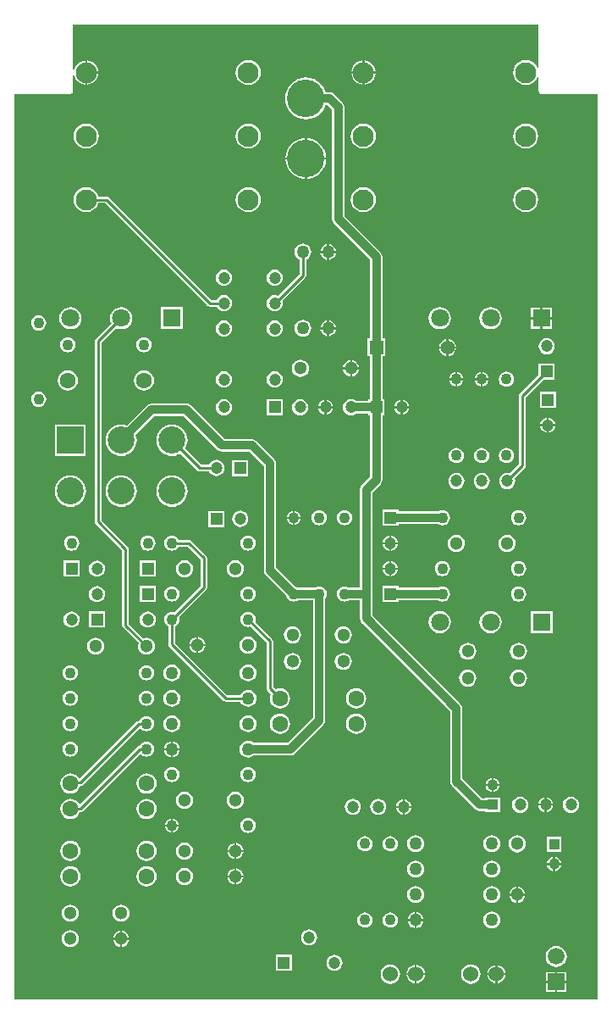
<source format=gtl>
G04*
G04 #@! TF.GenerationSoftware,Altium Limited,Altium Designer,19.0.12 (326)*
G04*
G04 Layer_Physical_Order=1*
G04 Layer_Color=255*
%FSLAX25Y25*%
%MOIN*%
G70*
G01*
G75*
%ADD12C,0.01000*%
%ADD39C,0.03200*%
%ADD40C,0.06299*%
%ADD41C,0.04724*%
%ADD42R,0.04724X0.04724*%
%ADD43R,0.04724X0.04724*%
%ADD44C,0.04331*%
%ADD45C,0.05118*%
%ADD46R,0.04331X0.04331*%
%ADD47C,0.05000*%
%ADD48R,0.07087X0.07087*%
%ADD49C,0.07087*%
%ADD50C,0.14765*%
%ADD51C,0.06600*%
%ADD52R,0.06600X0.06600*%
%ADD53C,0.06000*%
%ADD54C,0.08268*%
%ADD55C,0.04725*%
%ADD56R,0.10630X0.10630*%
%ADD57C,0.10630*%
%ADD58R,0.05512X0.05512*%
%ADD59C,0.05512*%
%ADD60C,0.03000*%
G36*
X207936Y367923D02*
X207436Y367823D01*
X207119Y368588D01*
X206328Y369619D01*
X205297Y370410D01*
X204097Y370907D01*
X202809Y371077D01*
X201521Y370907D01*
X200321Y370410D01*
X199290Y369619D01*
X198499Y368588D01*
X198002Y367388D01*
X197832Y366100D01*
X198002Y364812D01*
X198499Y363612D01*
X199290Y362581D01*
X200321Y361790D01*
X201521Y361293D01*
X202809Y361123D01*
X204097Y361293D01*
X205297Y361790D01*
X206328Y362581D01*
X207119Y363612D01*
X207436Y364377D01*
X207936Y364277D01*
Y359000D01*
X208052Y358415D01*
X208384Y357919D01*
X208880Y357587D01*
X209465Y357471D01*
X230971D01*
Y1529D01*
X1529D01*
Y357471D01*
X23030D01*
X23615Y357587D01*
X24111Y357919D01*
X24443Y358415D01*
X24559Y359000D01*
Y364987D01*
X25059Y365020D01*
X25080Y364864D01*
X25557Y363713D01*
X26316Y362724D01*
X27305Y361965D01*
X28456Y361488D01*
X29292Y361378D01*
Y366100D01*
Y370822D01*
X28456Y370712D01*
X27305Y370235D01*
X26316Y369476D01*
X25557Y368487D01*
X25080Y367336D01*
X25059Y367180D01*
X24559Y367213D01*
Y384971D01*
X207936D01*
Y367923D01*
D02*
G37*
%LPC*%
G36*
X139311Y370822D02*
Y366500D01*
X143633D01*
X143523Y367336D01*
X143046Y368487D01*
X142287Y369476D01*
X141298Y370235D01*
X140147Y370712D01*
X139311Y370822D01*
D02*
G37*
G36*
X30092D02*
Y366500D01*
X34414D01*
X34304Y367336D01*
X33827Y368487D01*
X33068Y369476D01*
X32079Y370235D01*
X30928Y370712D01*
X30092Y370822D01*
D02*
G37*
G36*
X138511D02*
X137675Y370712D01*
X136524Y370235D01*
X135535Y369476D01*
X134776Y368487D01*
X134299Y367336D01*
X134189Y366500D01*
X138511D01*
Y370822D01*
D02*
G37*
G36*
X143633Y365700D02*
X139311D01*
Y361378D01*
X140147Y361488D01*
X141298Y361965D01*
X142287Y362724D01*
X143046Y363713D01*
X143523Y364864D01*
X143633Y365700D01*
D02*
G37*
G36*
X34414D02*
X30092D01*
Y361378D01*
X30928Y361488D01*
X32079Y361965D01*
X33068Y362724D01*
X33827Y363713D01*
X34304Y364864D01*
X34414Y365700D01*
D02*
G37*
G36*
X138511D02*
X134189D01*
X134299Y364864D01*
X134776Y363713D01*
X135535Y362724D01*
X136524Y361965D01*
X137675Y361488D01*
X138511Y361378D01*
Y365700D01*
D02*
G37*
G36*
X93590Y371077D02*
X92302Y370907D01*
X91102Y370410D01*
X90071Y369619D01*
X89280Y368588D01*
X88783Y367388D01*
X88613Y366100D01*
X88783Y364812D01*
X89280Y363612D01*
X90071Y362581D01*
X91102Y361790D01*
X92302Y361293D01*
X93590Y361123D01*
X94878Y361293D01*
X96078Y361790D01*
X97109Y362581D01*
X97900Y363612D01*
X98397Y364812D01*
X98567Y366100D01*
X98397Y367388D01*
X97900Y368588D01*
X97109Y369619D01*
X96078Y370410D01*
X94878Y370907D01*
X93590Y371077D01*
D02*
G37*
G36*
X202809Y346077D02*
X201521Y345907D01*
X200321Y345410D01*
X199290Y344619D01*
X198499Y343588D01*
X198002Y342388D01*
X197832Y341100D01*
X198002Y339812D01*
X198499Y338612D01*
X199290Y337581D01*
X200321Y336790D01*
X201521Y336293D01*
X202809Y336123D01*
X204097Y336293D01*
X205297Y336790D01*
X206328Y337581D01*
X207119Y338612D01*
X207616Y339812D01*
X207786Y341100D01*
X207616Y342388D01*
X207119Y343588D01*
X206328Y344619D01*
X205297Y345410D01*
X204097Y345907D01*
X202809Y346077D01*
D02*
G37*
G36*
X138911D02*
X137623Y345907D01*
X136423Y345410D01*
X135392Y344619D01*
X134601Y343588D01*
X134104Y342388D01*
X133934Y341100D01*
X134104Y339812D01*
X134601Y338612D01*
X135392Y337581D01*
X136423Y336790D01*
X137623Y336293D01*
X138911Y336123D01*
X140199Y336293D01*
X141399Y336790D01*
X142430Y337581D01*
X143221Y338612D01*
X143718Y339812D01*
X143888Y341100D01*
X143718Y342388D01*
X143221Y343588D01*
X142430Y344619D01*
X141399Y345410D01*
X140199Y345907D01*
X138911Y346077D01*
D02*
G37*
G36*
X93590D02*
X92302Y345907D01*
X91102Y345410D01*
X90071Y344619D01*
X89280Y343588D01*
X88783Y342388D01*
X88613Y341100D01*
X88783Y339812D01*
X89280Y338612D01*
X90071Y337581D01*
X91102Y336790D01*
X92302Y336293D01*
X93590Y336123D01*
X94878Y336293D01*
X96078Y336790D01*
X97109Y337581D01*
X97900Y338612D01*
X98397Y339812D01*
X98567Y341100D01*
X98397Y342388D01*
X97900Y343588D01*
X97109Y344619D01*
X96078Y345410D01*
X94878Y345907D01*
X93590Y346077D01*
D02*
G37*
G36*
X29692D02*
X28404Y345907D01*
X27204Y345410D01*
X26173Y344619D01*
X25382Y343588D01*
X24885Y342388D01*
X24715Y341100D01*
X24885Y339812D01*
X25382Y338612D01*
X26173Y337581D01*
X27204Y336790D01*
X28404Y336293D01*
X29692Y336123D01*
X30980Y336293D01*
X32180Y336790D01*
X33211Y337581D01*
X34002Y338612D01*
X34499Y339812D01*
X34669Y341100D01*
X34499Y342388D01*
X34002Y343588D01*
X33211Y344619D01*
X32180Y345410D01*
X30980Y345907D01*
X29692Y346077D01*
D02*
G37*
G36*
X116650Y340260D02*
Y332678D01*
X124232D01*
X124117Y333843D01*
X123660Y335347D01*
X122919Y336734D01*
X121922Y337950D01*
X120706Y338947D01*
X119319Y339688D01*
X117815Y340145D01*
X116650Y340260D01*
D02*
G37*
G36*
X115850D02*
X114685Y340145D01*
X113180Y339688D01*
X111794Y338947D01*
X110578Y337950D01*
X109581Y336734D01*
X108840Y335347D01*
X108383Y333843D01*
X108268Y332678D01*
X115850D01*
Y340260D01*
D02*
G37*
G36*
X124232Y331878D02*
X116650D01*
Y324296D01*
X117815Y324411D01*
X119319Y324868D01*
X120706Y325609D01*
X121922Y326606D01*
X122919Y327822D01*
X123660Y329209D01*
X124117Y330713D01*
X124232Y331878D01*
D02*
G37*
G36*
X115850D02*
X108268D01*
X108383Y330713D01*
X108840Y329209D01*
X109581Y327822D01*
X110578Y326606D01*
X111794Y325609D01*
X113180Y324868D01*
X114685Y324411D01*
X115850Y324296D01*
Y331878D01*
D02*
G37*
G36*
X202809Y321077D02*
X201521Y320907D01*
X200321Y320410D01*
X199290Y319619D01*
X198499Y318588D01*
X198002Y317388D01*
X197832Y316100D01*
X198002Y314812D01*
X198499Y313612D01*
X199290Y312581D01*
X200321Y311790D01*
X201521Y311293D01*
X202809Y311123D01*
X204097Y311293D01*
X205297Y311790D01*
X206328Y312581D01*
X207119Y313612D01*
X207616Y314812D01*
X207786Y316100D01*
X207616Y317388D01*
X207119Y318588D01*
X206328Y319619D01*
X205297Y320410D01*
X204097Y320907D01*
X202809Y321077D01*
D02*
G37*
G36*
X138911D02*
X137623Y320907D01*
X136423Y320410D01*
X135392Y319619D01*
X134601Y318588D01*
X134104Y317388D01*
X133934Y316100D01*
X134104Y314812D01*
X134601Y313612D01*
X135392Y312581D01*
X136423Y311790D01*
X137623Y311293D01*
X138911Y311123D01*
X140199Y311293D01*
X141399Y311790D01*
X142430Y312581D01*
X143221Y313612D01*
X143718Y314812D01*
X143888Y316100D01*
X143718Y317388D01*
X143221Y318588D01*
X142430Y319619D01*
X141399Y320410D01*
X140199Y320907D01*
X138911Y321077D01*
D02*
G37*
G36*
X93590D02*
X92302Y320907D01*
X91102Y320410D01*
X90071Y319619D01*
X89280Y318588D01*
X88783Y317388D01*
X88613Y316100D01*
X88783Y314812D01*
X89280Y313612D01*
X90071Y312581D01*
X91102Y311790D01*
X92302Y311293D01*
X93590Y311123D01*
X94878Y311293D01*
X96078Y311790D01*
X97109Y312581D01*
X97900Y313612D01*
X98397Y314812D01*
X98567Y316100D01*
X98397Y317388D01*
X97900Y318588D01*
X97109Y319619D01*
X96078Y320410D01*
X94878Y320907D01*
X93590Y321077D01*
D02*
G37*
G36*
X125400Y298574D02*
Y295900D01*
X128074D01*
X128020Y296309D01*
X127708Y297063D01*
X127211Y297711D01*
X126563Y298208D01*
X125809Y298520D01*
X125400Y298574D01*
D02*
G37*
G36*
X124600D02*
X124191Y298520D01*
X123437Y298208D01*
X122789Y297711D01*
X122292Y297063D01*
X121980Y296309D01*
X121926Y295900D01*
X124600D01*
Y298574D01*
D02*
G37*
G36*
X128074Y295100D02*
X125400D01*
Y292426D01*
X125809Y292480D01*
X126563Y292792D01*
X127211Y293289D01*
X127708Y293937D01*
X128020Y294691D01*
X128074Y295100D01*
D02*
G37*
G36*
X124600D02*
X121926D01*
X121980Y294691D01*
X122292Y293937D01*
X122789Y293289D01*
X123437Y292792D01*
X124191Y292480D01*
X124600Y292426D01*
Y295100D01*
D02*
G37*
G36*
X104000Y288556D02*
X103174Y288447D01*
X102405Y288129D01*
X101744Y287622D01*
X101238Y286961D01*
X100919Y286192D01*
X100810Y285366D01*
X100919Y284541D01*
X101238Y283771D01*
X101744Y283111D01*
X102405Y282604D01*
X103174Y282285D01*
X104000Y282176D01*
X104826Y282285D01*
X105595Y282604D01*
X106255Y283111D01*
X106762Y283771D01*
X107081Y284541D01*
X107190Y285366D01*
X107081Y286192D01*
X106762Y286961D01*
X106255Y287622D01*
X105595Y288129D01*
X104826Y288447D01*
X104000Y288556D01*
D02*
G37*
G36*
X84000D02*
X83174Y288447D01*
X82405Y288129D01*
X81744Y287622D01*
X81238Y286961D01*
X80919Y286192D01*
X80810Y285366D01*
X80919Y284541D01*
X81238Y283771D01*
X81744Y283111D01*
X82405Y282604D01*
X83174Y282285D01*
X84000Y282176D01*
X84826Y282285D01*
X85595Y282604D01*
X86256Y283111D01*
X86762Y283771D01*
X87081Y284541D01*
X87190Y285366D01*
X87081Y286192D01*
X86762Y286961D01*
X86256Y287622D01*
X85595Y288129D01*
X84826Y288447D01*
X84000Y288556D01*
D02*
G37*
G36*
X115000Y298829D02*
X114138Y298715D01*
X113336Y298382D01*
X112646Y297854D01*
X112118Y297164D01*
X111785Y296361D01*
X111671Y295500D01*
X111785Y294638D01*
X112118Y293836D01*
X112646Y293146D01*
X113336Y292618D01*
X113674Y292477D01*
Y286915D01*
X105095Y278336D01*
X104826Y278447D01*
X104000Y278556D01*
X103174Y278447D01*
X102405Y278129D01*
X101744Y277622D01*
X101238Y276961D01*
X100919Y276192D01*
X100810Y275366D01*
X100919Y274540D01*
X101238Y273771D01*
X101744Y273111D01*
X102405Y272604D01*
X103174Y272285D01*
X104000Y272176D01*
X104826Y272285D01*
X105595Y272604D01*
X106255Y273111D01*
X106762Y273771D01*
X107081Y274540D01*
X107190Y275366D01*
X107081Y276192D01*
X106969Y276461D01*
X115937Y285429D01*
X116225Y285859D01*
X116325Y286366D01*
Y292477D01*
X116664Y292618D01*
X117354Y293146D01*
X117883Y293836D01*
X118215Y294638D01*
X118328Y295500D01*
X118215Y296361D01*
X117883Y297164D01*
X117354Y297854D01*
X116664Y298382D01*
X115861Y298715D01*
X115000Y298829D01*
D02*
G37*
G36*
X29692Y321077D02*
X28404Y320907D01*
X27204Y320410D01*
X26173Y319619D01*
X25382Y318588D01*
X24885Y317388D01*
X24715Y316100D01*
X24885Y314812D01*
X25382Y313612D01*
X26173Y312581D01*
X27204Y311790D01*
X28404Y311293D01*
X29692Y311123D01*
X30980Y311293D01*
X32180Y311790D01*
X33211Y312581D01*
X34002Y313612D01*
X34484Y314774D01*
X37217D01*
X77563Y274429D01*
X77993Y274142D01*
X78500Y274041D01*
X81126D01*
X81238Y273771D01*
X81744Y273111D01*
X82405Y272604D01*
X83174Y272285D01*
X84000Y272176D01*
X84826Y272285D01*
X85595Y272604D01*
X86256Y273111D01*
X86762Y273771D01*
X87081Y274540D01*
X87190Y275366D01*
X87081Y276192D01*
X86762Y276961D01*
X86256Y277622D01*
X85595Y278129D01*
X84826Y278447D01*
X84000Y278556D01*
X83174Y278447D01*
X82405Y278129D01*
X81744Y277622D01*
X81238Y276961D01*
X81126Y276692D01*
X79049D01*
X38703Y317037D01*
X38273Y317325D01*
X37766Y317425D01*
X34484D01*
X34002Y318588D01*
X33211Y319619D01*
X32180Y320410D01*
X30980Y320907D01*
X29692Y321077D01*
D02*
G37*
G36*
X213143Y273643D02*
X209400D01*
Y269900D01*
X213143D01*
Y273643D01*
D02*
G37*
G36*
X208600D02*
X204856D01*
Y269900D01*
X208600D01*
Y273643D01*
D02*
G37*
G36*
X125400Y268574D02*
Y265900D01*
X128074D01*
X128020Y266309D01*
X127708Y267063D01*
X127211Y267711D01*
X126563Y268208D01*
X125809Y268520D01*
X125400Y268574D01*
D02*
G37*
G36*
X124600D02*
X124191Y268520D01*
X123437Y268208D01*
X122789Y267711D01*
X122292Y267063D01*
X121980Y266309D01*
X121926Y265900D01*
X124600D01*
Y268574D01*
D02*
G37*
G36*
X213143Y269100D02*
X209400D01*
Y265356D01*
X213143D01*
Y269100D01*
D02*
G37*
G36*
X208600D02*
X204856D01*
Y265356D01*
X208600D01*
Y269100D01*
D02*
G37*
G36*
X67844Y273844D02*
X59157D01*
Y265157D01*
X67844D01*
Y273844D01*
D02*
G37*
G36*
X189000Y273881D02*
X187866Y273732D01*
X186810Y273294D01*
X185902Y272598D01*
X185206Y271691D01*
X184768Y270634D01*
X184619Y269500D01*
X184768Y268366D01*
X185206Y267309D01*
X185902Y266402D01*
X186810Y265706D01*
X187866Y265268D01*
X189000Y265119D01*
X190134Y265268D01*
X191191Y265706D01*
X192098Y266402D01*
X192794Y267309D01*
X193232Y268366D01*
X193381Y269500D01*
X193232Y270634D01*
X192794Y271691D01*
X192098Y272598D01*
X191191Y273294D01*
X190134Y273732D01*
X189000Y273881D01*
D02*
G37*
G36*
X169000D02*
X167866Y273732D01*
X166809Y273294D01*
X165902Y272598D01*
X165206Y271691D01*
X164768Y270634D01*
X164619Y269500D01*
X164768Y268366D01*
X165206Y267309D01*
X165902Y266402D01*
X166809Y265706D01*
X167866Y265268D01*
X169000Y265119D01*
X170134Y265268D01*
X171191Y265706D01*
X172098Y266402D01*
X172794Y267309D01*
X173232Y268366D01*
X173381Y269500D01*
X173232Y270634D01*
X172794Y271691D01*
X172098Y272598D01*
X171191Y273294D01*
X170134Y273732D01*
X169000Y273881D01*
D02*
G37*
G36*
X43500D02*
X42366Y273732D01*
X41309Y273294D01*
X40402Y272598D01*
X39706Y271691D01*
X39268Y270634D01*
X39119Y269500D01*
X39268Y268366D01*
X39627Y267501D01*
X33563Y261437D01*
X33275Y261007D01*
X33174Y260500D01*
Y189500D01*
X33275Y188993D01*
X33563Y188563D01*
X43930Y178196D01*
Y148745D01*
X44031Y148238D01*
X44318Y147808D01*
X50380Y141745D01*
X50227Y141377D01*
X50112Y140500D01*
X50227Y139623D01*
X50566Y138806D01*
X51104Y138104D01*
X51806Y137566D01*
X52623Y137227D01*
X53500Y137112D01*
X54377Y137227D01*
X55194Y137566D01*
X55896Y138104D01*
X56434Y138806D01*
X56773Y139623D01*
X56888Y140500D01*
X56773Y141377D01*
X56434Y142194D01*
X55896Y142896D01*
X55194Y143434D01*
X54377Y143772D01*
X53500Y143888D01*
X52623Y143772D01*
X52255Y143620D01*
X46581Y149294D01*
Y178745D01*
X46480Y179252D01*
X46192Y179682D01*
X35825Y190049D01*
Y259951D01*
X41501Y265627D01*
X42366Y265268D01*
X43500Y265119D01*
X44634Y265268D01*
X45691Y265706D01*
X46598Y266402D01*
X47294Y267309D01*
X47732Y268366D01*
X47881Y269500D01*
X47732Y270634D01*
X47294Y271691D01*
X46598Y272598D01*
X45691Y273294D01*
X44634Y273732D01*
X43500Y273881D01*
D02*
G37*
G36*
X23500D02*
X22366Y273732D01*
X21309Y273294D01*
X20402Y272598D01*
X19706Y271691D01*
X19268Y270634D01*
X19119Y269500D01*
X19268Y268366D01*
X19706Y267309D01*
X20402Y266402D01*
X21309Y265706D01*
X22366Y265268D01*
X23500Y265119D01*
X24634Y265268D01*
X25690Y265706D01*
X26598Y266402D01*
X27294Y267309D01*
X27732Y268366D01*
X27881Y269500D01*
X27732Y270634D01*
X27294Y271691D01*
X26598Y272598D01*
X25690Y273294D01*
X24634Y273732D01*
X23500Y273881D01*
D02*
G37*
G36*
X11000Y270613D02*
X10226Y270511D01*
X9505Y270212D01*
X8885Y269737D01*
X8410Y269117D01*
X8111Y268396D01*
X8009Y267622D01*
X8111Y266847D01*
X8410Y266126D01*
X8885Y265507D01*
X9505Y265031D01*
X10226Y264733D01*
X11000Y264631D01*
X11774Y264733D01*
X12495Y265031D01*
X13115Y265507D01*
X13590Y266126D01*
X13889Y266847D01*
X13991Y267622D01*
X13889Y268396D01*
X13590Y269117D01*
X13115Y269737D01*
X12495Y270212D01*
X11774Y270511D01*
X11000Y270613D01*
D02*
G37*
G36*
X128074Y265100D02*
X125400D01*
Y262426D01*
X125809Y262480D01*
X126563Y262792D01*
X127211Y263289D01*
X127708Y263937D01*
X128020Y264691D01*
X128074Y265100D01*
D02*
G37*
G36*
X124600D02*
X121926D01*
X121980Y264691D01*
X122292Y263937D01*
X122789Y263289D01*
X123437Y262792D01*
X124191Y262480D01*
X124600Y262426D01*
Y265100D01*
D02*
G37*
G36*
X104000Y268556D02*
X103174Y268447D01*
X102405Y268129D01*
X101744Y267622D01*
X101238Y266961D01*
X100919Y266192D01*
X100810Y265366D01*
X100919Y264541D01*
X101238Y263771D01*
X101744Y263111D01*
X102405Y262604D01*
X103174Y262285D01*
X104000Y262176D01*
X104826Y262285D01*
X105595Y262604D01*
X106255Y263111D01*
X106762Y263771D01*
X107081Y264541D01*
X107190Y265366D01*
X107081Y266192D01*
X106762Y266961D01*
X106255Y267622D01*
X105595Y268129D01*
X104826Y268447D01*
X104000Y268556D01*
D02*
G37*
G36*
X84000D02*
X83174Y268447D01*
X82405Y268129D01*
X81744Y267622D01*
X81238Y266961D01*
X80919Y266192D01*
X80810Y265366D01*
X80919Y264541D01*
X81238Y263771D01*
X81744Y263111D01*
X82405Y262604D01*
X83174Y262285D01*
X84000Y262176D01*
X84826Y262285D01*
X85595Y262604D01*
X86256Y263111D01*
X86762Y263771D01*
X87081Y264541D01*
X87190Y265366D01*
X87081Y266192D01*
X86762Y266961D01*
X86256Y267622D01*
X85595Y268129D01*
X84826Y268447D01*
X84000Y268556D01*
D02*
G37*
G36*
X115000Y268829D02*
X114138Y268715D01*
X113336Y268383D01*
X112646Y267854D01*
X112118Y267164D01*
X111785Y266361D01*
X111671Y265500D01*
X111785Y264638D01*
X112118Y263836D01*
X112646Y263146D01*
X113336Y262617D01*
X114138Y262285D01*
X115000Y262172D01*
X115861Y262285D01*
X116664Y262617D01*
X117354Y263146D01*
X117883Y263836D01*
X118215Y264638D01*
X118328Y265500D01*
X118215Y266361D01*
X117883Y267164D01*
X117354Y267854D01*
X116664Y268383D01*
X115861Y268715D01*
X115000Y268829D01*
D02*
G37*
G36*
X172419Y261332D02*
Y258400D01*
X175351D01*
X175289Y258876D01*
X174951Y259693D01*
X174413Y260394D01*
X173712Y260931D01*
X172895Y261270D01*
X172419Y261332D01*
D02*
G37*
G36*
X171619D02*
X171143Y261270D01*
X170326Y260931D01*
X169625Y260394D01*
X169088Y259693D01*
X168749Y258876D01*
X168687Y258400D01*
X171619D01*
Y261332D01*
D02*
G37*
G36*
X52504Y261991D02*
X51730Y261889D01*
X51009Y261590D01*
X50389Y261115D01*
X49914Y260495D01*
X49615Y259774D01*
X49513Y259000D01*
X49615Y258226D01*
X49914Y257505D01*
X50389Y256885D01*
X51009Y256410D01*
X51730Y256111D01*
X52504Y256009D01*
X53279Y256111D01*
X54000Y256410D01*
X54619Y256885D01*
X55095Y257505D01*
X55394Y258226D01*
X55496Y259000D01*
X55394Y259774D01*
X55095Y260495D01*
X54619Y261115D01*
X54000Y261590D01*
X53279Y261889D01*
X52504Y261991D01*
D02*
G37*
G36*
X22504D02*
X21730Y261889D01*
X21009Y261590D01*
X20389Y261115D01*
X19914Y260495D01*
X19615Y259774D01*
X19513Y259000D01*
X19615Y258226D01*
X19914Y257505D01*
X20389Y256885D01*
X21009Y256410D01*
X21730Y256111D01*
X22504Y256009D01*
X23279Y256111D01*
X24000Y256410D01*
X24620Y256885D01*
X25095Y257505D01*
X25394Y258226D01*
X25496Y259000D01*
X25394Y259774D01*
X25095Y260495D01*
X24620Y261115D01*
X24000Y261590D01*
X23279Y261889D01*
X22504Y261991D01*
D02*
G37*
G36*
X211100Y261689D02*
X210275Y261581D01*
X209505Y261262D01*
X208845Y260755D01*
X208338Y260095D01*
X208019Y259326D01*
X207911Y258500D01*
X208019Y257675D01*
X208338Y256905D01*
X208845Y256245D01*
X209505Y255738D01*
X210275Y255419D01*
X211100Y255311D01*
X211926Y255419D01*
X212695Y255738D01*
X213355Y256245D01*
X213862Y256905D01*
X214181Y257675D01*
X214289Y258500D01*
X214181Y259326D01*
X213862Y260095D01*
X213355Y260755D01*
X212695Y261262D01*
X211926Y261581D01*
X211100Y261689D01*
D02*
G37*
G36*
X175351Y257600D02*
X172419D01*
Y254668D01*
X172895Y254730D01*
X173712Y255068D01*
X174413Y255607D01*
X174951Y256308D01*
X175289Y257124D01*
X175351Y257600D01*
D02*
G37*
G36*
X171619D02*
X168687D01*
X168749Y257124D01*
X169088Y256308D01*
X169625Y255607D01*
X170326Y255068D01*
X171143Y254730D01*
X171619Y254668D01*
Y257600D01*
D02*
G37*
G36*
X134432Y252934D02*
Y250200D01*
X137165D01*
X137109Y250625D01*
X136791Y251393D01*
X136285Y252053D01*
X135625Y252559D01*
X134856Y252878D01*
X134432Y252934D01*
D02*
G37*
G36*
X133632D02*
X133207Y252878D01*
X132439Y252559D01*
X131779Y252053D01*
X131272Y251393D01*
X130954Y250625D01*
X130898Y250200D01*
X133632D01*
Y252934D01*
D02*
G37*
G36*
X137165Y249400D02*
X134432D01*
Y246666D01*
X134856Y246722D01*
X135625Y247041D01*
X136285Y247547D01*
X136791Y248207D01*
X137109Y248975D01*
X137165Y249400D01*
D02*
G37*
G36*
X133632D02*
X130898D01*
X130954Y248975D01*
X131272Y248207D01*
X131779Y247547D01*
X132439Y247041D01*
X133207Y246722D01*
X133632Y246666D01*
Y249400D01*
D02*
G37*
G36*
X114032Y253188D02*
X113155Y253073D01*
X112338Y252734D01*
X111636Y252196D01*
X111098Y251494D01*
X110759Y250677D01*
X110644Y249800D01*
X110759Y248923D01*
X111098Y248106D01*
X111636Y247404D01*
X112338Y246866D01*
X113155Y246528D01*
X114032Y246412D01*
X114909Y246528D01*
X115726Y246866D01*
X116427Y247404D01*
X116966Y248106D01*
X117304Y248923D01*
X117420Y249800D01*
X117304Y250677D01*
X116966Y251494D01*
X116427Y252196D01*
X115726Y252734D01*
X114909Y253073D01*
X114032Y253188D01*
D02*
G37*
G36*
X185900Y248237D02*
Y245900D01*
X188237D01*
X188194Y246222D01*
X187916Y246895D01*
X187472Y247472D01*
X186895Y247916D01*
X186222Y248194D01*
X185900Y248237D01*
D02*
G37*
G36*
X175900D02*
Y245900D01*
X178237D01*
X178194Y246222D01*
X177916Y246895D01*
X177472Y247472D01*
X176895Y247916D01*
X176222Y248194D01*
X175900Y248237D01*
D02*
G37*
G36*
X185100D02*
X184778Y248194D01*
X184105Y247916D01*
X183528Y247472D01*
X183084Y246895D01*
X182806Y246222D01*
X182763Y245900D01*
X185100D01*
Y248237D01*
D02*
G37*
G36*
X175100D02*
X174778Y248194D01*
X174105Y247916D01*
X173528Y247472D01*
X173084Y246895D01*
X172806Y246222D01*
X172763Y245900D01*
X175100D01*
Y248237D01*
D02*
G37*
G36*
X178237Y245100D02*
X175900D01*
Y242763D01*
X176222Y242806D01*
X176895Y243084D01*
X177472Y243528D01*
X177916Y244105D01*
X178194Y244778D01*
X178237Y245100D01*
D02*
G37*
G36*
X188237D02*
X185900D01*
Y242763D01*
X186222Y242806D01*
X186895Y243084D01*
X187472Y243528D01*
X187916Y244105D01*
X188194Y244778D01*
X188237Y245100D01*
D02*
G37*
G36*
X185100D02*
X182763D01*
X182806Y244778D01*
X183084Y244105D01*
X183528Y243528D01*
X184105Y243084D01*
X184778Y242806D01*
X185100Y242763D01*
Y245100D01*
D02*
G37*
G36*
X175100D02*
X172763D01*
X172806Y244778D01*
X173084Y244105D01*
X173528Y243528D01*
X174105Y243084D01*
X174778Y242806D01*
X175100Y242763D01*
Y245100D01*
D02*
G37*
G36*
X195189Y248491D02*
X194415Y248389D01*
X193693Y248090D01*
X193074Y247615D01*
X192599Y246995D01*
X192300Y246274D01*
X192198Y245500D01*
X192300Y244726D01*
X192599Y244005D01*
X193074Y243385D01*
X193693Y242910D01*
X194415Y242611D01*
X195189Y242509D01*
X195963Y242611D01*
X196685Y242910D01*
X197304Y243385D01*
X197779Y244005D01*
X198078Y244726D01*
X198180Y245500D01*
X198078Y246274D01*
X197779Y246995D01*
X197304Y247615D01*
X196685Y248090D01*
X195963Y248389D01*
X195189Y248491D01*
D02*
G37*
G36*
X104000Y248556D02*
X103174Y248447D01*
X102405Y248129D01*
X101744Y247622D01*
X101238Y246961D01*
X100919Y246192D01*
X100810Y245366D01*
X100919Y244541D01*
X101238Y243771D01*
X101744Y243111D01*
X102405Y242604D01*
X103174Y242285D01*
X104000Y242176D01*
X104826Y242285D01*
X105595Y242604D01*
X106255Y243111D01*
X106762Y243771D01*
X107081Y244541D01*
X107190Y245366D01*
X107081Y246192D01*
X106762Y246961D01*
X106255Y247622D01*
X105595Y248129D01*
X104826Y248447D01*
X104000Y248556D01*
D02*
G37*
G36*
X84000D02*
X83174Y248447D01*
X82405Y248129D01*
X81744Y247622D01*
X81238Y246961D01*
X80919Y246192D01*
X80810Y245366D01*
X80919Y244541D01*
X81238Y243771D01*
X81744Y243111D01*
X82405Y242604D01*
X83174Y242285D01*
X84000Y242176D01*
X84826Y242285D01*
X85595Y242604D01*
X86256Y243111D01*
X86762Y243771D01*
X87081Y244541D01*
X87190Y245366D01*
X87081Y246192D01*
X86762Y246961D01*
X86256Y247622D01*
X85595Y248129D01*
X84826Y248447D01*
X84000Y248556D01*
D02*
G37*
G36*
X52473Y248984D02*
X51442Y248848D01*
X50482Y248450D01*
X49657Y247817D01*
X49024Y246992D01*
X48626Y246031D01*
X48490Y245000D01*
X48626Y243969D01*
X49024Y243008D01*
X49657Y242183D01*
X50482Y241550D01*
X51442Y241152D01*
X52473Y241016D01*
X53505Y241152D01*
X54465Y241550D01*
X55290Y242183D01*
X55923Y243008D01*
X56321Y243969D01*
X56457Y245000D01*
X56321Y246031D01*
X55923Y246992D01*
X55290Y247817D01*
X54465Y248450D01*
X53505Y248848D01*
X52473Y248984D01*
D02*
G37*
G36*
X22474D02*
X21442Y248848D01*
X20482Y248450D01*
X19657Y247817D01*
X19024Y246992D01*
X18626Y246031D01*
X18490Y245000D01*
X18626Y243969D01*
X19024Y243008D01*
X19657Y242183D01*
X20482Y241550D01*
X21442Y241152D01*
X22474Y241016D01*
X23505Y241152D01*
X24465Y241550D01*
X25290Y242183D01*
X25923Y243008D01*
X26321Y243969D01*
X26457Y245000D01*
X26321Y246031D01*
X25923Y246992D01*
X25290Y247817D01*
X24465Y248450D01*
X23505Y248848D01*
X22474Y248984D01*
D02*
G37*
G36*
X116250Y364122D02*
X114646Y363964D01*
X113104Y363496D01*
X111682Y362736D01*
X110436Y361714D01*
X109414Y360468D01*
X108654Y359046D01*
X108186Y357504D01*
X108028Y355900D01*
X108186Y354296D01*
X108654Y352754D01*
X109414Y351332D01*
X110436Y350086D01*
X111682Y349064D01*
X113104Y348304D01*
X114646Y347836D01*
X116250Y347678D01*
X117854Y347836D01*
X119396Y348304D01*
X120818Y349064D01*
X122064Y350086D01*
X123086Y351332D01*
X123846Y352754D01*
X124058Y353453D01*
X124586D01*
X126553Y351486D01*
Y308519D01*
X126739Y307583D01*
X127270Y306789D01*
X141572Y292486D01*
Y261556D01*
X140463D01*
Y254444D01*
X141572D01*
Y237662D01*
X140857D01*
Y236947D01*
X136005D01*
X135595Y237262D01*
X134826Y237581D01*
X134000Y237689D01*
X133175Y237581D01*
X132405Y237262D01*
X131745Y236755D01*
X131238Y236095D01*
X130919Y235326D01*
X130811Y234500D01*
X130919Y233675D01*
X131238Y232905D01*
X131745Y232245D01*
X132405Y231738D01*
X133175Y231419D01*
X134000Y231311D01*
X134826Y231419D01*
X135595Y231738D01*
X136005Y232053D01*
X140857D01*
Y231338D01*
X141572D01*
Y207104D01*
X138270Y203801D01*
X137739Y203008D01*
X137553Y202071D01*
Y163447D01*
X133182D01*
X132995Y163590D01*
X132274Y163889D01*
X131500Y163991D01*
X130726Y163889D01*
X130005Y163590D01*
X129385Y163115D01*
X128910Y162496D01*
X128611Y161774D01*
X128509Y161000D01*
X128611Y160226D01*
X128910Y159504D01*
X129385Y158885D01*
X130005Y158410D01*
X130726Y158111D01*
X131500Y158009D01*
X132274Y158111D01*
X132995Y158410D01*
X133182Y158553D01*
X137553D01*
Y151500D01*
X137739Y150564D01*
X138270Y149770D01*
X173053Y114986D01*
Y87400D01*
X173239Y86463D01*
X173770Y85669D01*
X183038Y76401D01*
X183832Y75871D01*
X184768Y75684D01*
X186734D01*
Y75166D01*
X192666D01*
Y81097D01*
X186734D01*
Y80579D01*
X185782D01*
X177947Y88413D01*
Y116000D01*
X177761Y116936D01*
X177230Y117730D01*
X142447Y152514D01*
Y161000D01*
Y201058D01*
X145749Y204360D01*
X146280Y205154D01*
X146466Y206090D01*
Y231338D01*
X147181D01*
Y237662D01*
X146466D01*
Y254444D01*
X147575D01*
Y261556D01*
X146466D01*
Y293500D01*
X146280Y294436D01*
X145749Y295230D01*
X131447Y309533D01*
Y352500D01*
X131261Y353436D01*
X130730Y354230D01*
X127330Y357630D01*
X126536Y358161D01*
X125600Y358347D01*
X124058D01*
X123846Y359046D01*
X123086Y360468D01*
X122064Y361714D01*
X120818Y362736D01*
X119396Y363496D01*
X117854Y363964D01*
X116250Y364122D01*
D02*
G37*
G36*
X154419Y237435D02*
Y234900D01*
X156954D01*
X156905Y235273D01*
X156606Y235994D01*
X156131Y236613D01*
X155513Y237087D01*
X154792Y237386D01*
X154419Y237435D01*
D02*
G37*
G36*
X153619D02*
X153246Y237386D01*
X152525Y237087D01*
X151907Y236613D01*
X151432Y235994D01*
X151133Y235273D01*
X151084Y234900D01*
X153619D01*
Y237435D01*
D02*
G37*
G36*
X124400D02*
Y234900D01*
X126935D01*
X126886Y235273D01*
X126587Y235994D01*
X126112Y236613D01*
X125494Y237087D01*
X124773Y237386D01*
X124400Y237435D01*
D02*
G37*
G36*
X123600D02*
X123227Y237386D01*
X122506Y237087D01*
X121888Y236613D01*
X121413Y235994D01*
X121114Y235273D01*
X121065Y234900D01*
X123600D01*
Y237435D01*
D02*
G37*
G36*
X11000Y240613D02*
X10226Y240511D01*
X9505Y240212D01*
X8885Y239737D01*
X8410Y239117D01*
X8111Y238396D01*
X8009Y237622D01*
X8111Y236847D01*
X8410Y236126D01*
X8885Y235507D01*
X9505Y235031D01*
X10226Y234733D01*
X11000Y234630D01*
X11774Y234733D01*
X12495Y235031D01*
X13115Y235507D01*
X13590Y236126D01*
X13889Y236847D01*
X13991Y237622D01*
X13889Y238396D01*
X13590Y239117D01*
X13115Y239737D01*
X12495Y240212D01*
X11774Y240511D01*
X11000Y240613D01*
D02*
G37*
G36*
X214662Y240549D02*
X208338D01*
Y234226D01*
X214662D01*
Y240549D01*
D02*
G37*
G36*
X156954Y234100D02*
X154419D01*
Y231565D01*
X154792Y231614D01*
X155513Y231913D01*
X156131Y232387D01*
X156606Y233006D01*
X156905Y233727D01*
X156954Y234100D01*
D02*
G37*
G36*
X153619D02*
X151084D01*
X151133Y233727D01*
X151432Y233006D01*
X151907Y232387D01*
X152525Y231913D01*
X153246Y231614D01*
X153619Y231565D01*
Y234100D01*
D02*
G37*
G36*
X126935D02*
X124400D01*
Y231565D01*
X124773Y231614D01*
X125494Y231913D01*
X126112Y232387D01*
X126587Y233006D01*
X126886Y233727D01*
X126935Y234100D01*
D02*
G37*
G36*
X123600D02*
X121065D01*
X121114Y233727D01*
X121413Y233006D01*
X121888Y232387D01*
X122506Y231913D01*
X123227Y231614D01*
X123600Y231565D01*
Y234100D01*
D02*
G37*
G36*
X107162Y237662D02*
X100838D01*
Y231338D01*
X107162D01*
Y237662D01*
D02*
G37*
G36*
X114000Y237689D02*
X113174Y237581D01*
X112405Y237262D01*
X111745Y236755D01*
X111238Y236095D01*
X110919Y235326D01*
X110811Y234500D01*
X110919Y233675D01*
X111238Y232905D01*
X111745Y232245D01*
X112405Y231738D01*
X113174Y231419D01*
X114000Y231311D01*
X114825Y231419D01*
X115595Y231738D01*
X116255Y232245D01*
X116762Y232905D01*
X117081Y233675D01*
X117189Y234500D01*
X117081Y235326D01*
X116762Y236095D01*
X116255Y236755D01*
X115595Y237262D01*
X114825Y237581D01*
X114000Y237689D01*
D02*
G37*
G36*
X84000D02*
X83175Y237581D01*
X82405Y237262D01*
X81745Y236755D01*
X81238Y236095D01*
X80919Y235326D01*
X80811Y234500D01*
X80919Y233675D01*
X81238Y232905D01*
X81745Y232245D01*
X82405Y231738D01*
X83175Y231419D01*
X84000Y231311D01*
X84825Y231419D01*
X85595Y231738D01*
X86255Y232245D01*
X86762Y232905D01*
X87081Y233675D01*
X87189Y234500D01*
X87081Y235326D01*
X86762Y236095D01*
X86255Y236755D01*
X85595Y237262D01*
X84825Y237581D01*
X84000Y237689D01*
D02*
G37*
G36*
X211900Y230322D02*
Y227787D01*
X214435D01*
X214386Y228161D01*
X214087Y228881D01*
X213613Y229500D01*
X212994Y229975D01*
X212273Y230273D01*
X211900Y230322D01*
D02*
G37*
G36*
X211100D02*
X210727Y230273D01*
X210006Y229975D01*
X209387Y229500D01*
X208913Y228881D01*
X208614Y228161D01*
X208565Y227787D01*
X211100D01*
Y230322D01*
D02*
G37*
G36*
X214435Y226988D02*
X211900D01*
Y224453D01*
X212273Y224502D01*
X212994Y224800D01*
X213613Y225275D01*
X214087Y225894D01*
X214386Y226614D01*
X214435Y226988D01*
D02*
G37*
G36*
X211100D02*
X208565D01*
X208614Y226614D01*
X208913Y225894D01*
X209387Y225275D01*
X210006Y224800D01*
X210727Y224502D01*
X211100Y224453D01*
Y226988D01*
D02*
G37*
G36*
X29615Y227577D02*
X17385D01*
Y215347D01*
X29615D01*
Y227577D01*
D02*
G37*
G36*
X195189Y218491D02*
X194415Y218389D01*
X193693Y218090D01*
X193074Y217615D01*
X192599Y216996D01*
X192300Y216274D01*
X192198Y215500D01*
X192300Y214726D01*
X192599Y214004D01*
X193074Y213385D01*
X193693Y212910D01*
X194415Y212611D01*
X195189Y212509D01*
X195963Y212611D01*
X196685Y212910D01*
X197304Y213385D01*
X197779Y214004D01*
X198078Y214726D01*
X198180Y215500D01*
X198078Y216274D01*
X197779Y216996D01*
X197304Y217615D01*
X196685Y218090D01*
X195963Y218389D01*
X195189Y218491D01*
D02*
G37*
G36*
X185500D02*
X184726Y218389D01*
X184004Y218090D01*
X183385Y217615D01*
X182910Y216996D01*
X182611Y216274D01*
X182509Y215500D01*
X182611Y214726D01*
X182910Y214004D01*
X183385Y213385D01*
X184004Y212910D01*
X184726Y212611D01*
X185500Y212509D01*
X186274Y212611D01*
X186995Y212910D01*
X187615Y213385D01*
X188090Y214004D01*
X188389Y214726D01*
X188491Y215500D01*
X188389Y216274D01*
X188090Y216996D01*
X187615Y217615D01*
X186995Y218090D01*
X186274Y218389D01*
X185500Y218491D01*
D02*
G37*
G36*
X175500D02*
X174726Y218389D01*
X174004Y218090D01*
X173385Y217615D01*
X172910Y216996D01*
X172611Y216274D01*
X172509Y215500D01*
X172611Y214726D01*
X172910Y214004D01*
X173385Y213385D01*
X174004Y212910D01*
X174726Y212611D01*
X175500Y212509D01*
X176274Y212611D01*
X176996Y212910D01*
X177615Y213385D01*
X178090Y214004D01*
X178389Y214726D01*
X178491Y215500D01*
X178389Y216274D01*
X178090Y216996D01*
X177615Y217615D01*
X176996Y218090D01*
X176274Y218389D01*
X175500Y218491D01*
D02*
G37*
G36*
X214262Y251662D02*
X207938D01*
Y247213D01*
X200558Y239833D01*
X200271Y239403D01*
X200170Y238896D01*
Y212045D01*
X196595Y208469D01*
X196326Y208581D01*
X195500Y208689D01*
X194675Y208581D01*
X193905Y208262D01*
X193245Y207755D01*
X192738Y207095D01*
X192419Y206326D01*
X192311Y205500D01*
X192419Y204675D01*
X192738Y203905D01*
X193245Y203245D01*
X193905Y202738D01*
X194675Y202419D01*
X195500Y202311D01*
X196326Y202419D01*
X197095Y202738D01*
X197755Y203245D01*
X198262Y203905D01*
X198581Y204675D01*
X198689Y205500D01*
X198581Y206326D01*
X198469Y206595D01*
X202433Y210558D01*
X202720Y210988D01*
X202821Y211495D01*
Y238347D01*
X209812Y245338D01*
X214262D01*
Y251662D01*
D02*
G37*
G36*
X93586Y213751D02*
X87262D01*
Y207427D01*
X93586D01*
Y213751D01*
D02*
G37*
G36*
X63500Y227607D02*
X62301Y227488D01*
X61149Y227139D01*
X60086Y226571D01*
X59155Y225807D01*
X58391Y224876D01*
X57823Y223813D01*
X57473Y222661D01*
X57355Y221462D01*
X57473Y220263D01*
X57823Y219111D01*
X58391Y218048D01*
X59155Y217117D01*
X60086Y216353D01*
X61149Y215785D01*
X62301Y215436D01*
X63500Y215317D01*
X64699Y215436D01*
X65851Y215785D01*
X66797Y216290D01*
X73525Y209563D01*
X73955Y209275D01*
X74462Y209174D01*
X78125D01*
X78200Y208995D01*
X78707Y208334D01*
X79367Y207827D01*
X80137Y207509D01*
X80962Y207400D01*
X81788Y207509D01*
X82557Y207827D01*
X83217Y208334D01*
X83724Y208995D01*
X84043Y209764D01*
X84151Y210589D01*
X84043Y211415D01*
X83724Y212184D01*
X83217Y212844D01*
X82557Y213351D01*
X81788Y213670D01*
X80962Y213778D01*
X80137Y213670D01*
X79367Y213351D01*
X78707Y212844D01*
X78200Y212184D01*
X78052Y211825D01*
X75011D01*
X68672Y218165D01*
X69177Y219111D01*
X69526Y220263D01*
X69645Y221462D01*
X69526Y222661D01*
X69177Y223813D01*
X68609Y224876D01*
X67845Y225807D01*
X66914Y226571D01*
X65851Y227139D01*
X64699Y227488D01*
X63500Y227607D01*
D02*
G37*
G36*
X185500Y208689D02*
X184675Y208581D01*
X183905Y208262D01*
X183245Y207755D01*
X182738Y207095D01*
X182419Y206326D01*
X182311Y205500D01*
X182419Y204675D01*
X182738Y203905D01*
X183245Y203245D01*
X183905Y202738D01*
X184675Y202419D01*
X185500Y202311D01*
X186326Y202419D01*
X187095Y202738D01*
X187755Y203245D01*
X188262Y203905D01*
X188581Y204675D01*
X188689Y205500D01*
X188581Y206326D01*
X188262Y207095D01*
X187755Y207755D01*
X187095Y208262D01*
X186326Y208581D01*
X185500Y208689D01*
D02*
G37*
G36*
X175500D02*
X174674Y208581D01*
X173905Y208262D01*
X173245Y207755D01*
X172738Y207095D01*
X172419Y206326D01*
X172311Y205500D01*
X172419Y204675D01*
X172738Y203905D01*
X173245Y203245D01*
X173905Y202738D01*
X174674Y202419D01*
X175500Y202311D01*
X176326Y202419D01*
X177095Y202738D01*
X177755Y203245D01*
X178262Y203905D01*
X178581Y204675D01*
X178689Y205500D01*
X178581Y206326D01*
X178262Y207095D01*
X177755Y207755D01*
X177095Y208262D01*
X176326Y208581D01*
X175500Y208689D01*
D02*
G37*
G36*
X63500Y207607D02*
X62301Y207488D01*
X61149Y207139D01*
X60086Y206571D01*
X59155Y205807D01*
X58391Y204876D01*
X57823Y203813D01*
X57473Y202661D01*
X57355Y201462D01*
X57473Y200263D01*
X57823Y199111D01*
X58391Y198048D01*
X59155Y197117D01*
X60086Y196353D01*
X61149Y195785D01*
X62301Y195436D01*
X63500Y195317D01*
X64699Y195436D01*
X65851Y195785D01*
X66914Y196353D01*
X67845Y197117D01*
X68609Y198048D01*
X69177Y199111D01*
X69526Y200263D01*
X69645Y201462D01*
X69526Y202661D01*
X69177Y203813D01*
X68609Y204876D01*
X67845Y205807D01*
X66914Y206571D01*
X65851Y207139D01*
X64699Y207488D01*
X63500Y207607D01*
D02*
G37*
G36*
X43500D02*
X42301Y207488D01*
X41149Y207139D01*
X40086Y206571D01*
X39155Y205807D01*
X38391Y204876D01*
X37823Y203813D01*
X37473Y202661D01*
X37355Y201462D01*
X37473Y200263D01*
X37823Y199111D01*
X38391Y198048D01*
X39155Y197117D01*
X40086Y196353D01*
X41149Y195785D01*
X42301Y195436D01*
X43500Y195317D01*
X44699Y195436D01*
X45851Y195785D01*
X46914Y196353D01*
X47845Y197117D01*
X48609Y198048D01*
X49177Y199111D01*
X49527Y200263D01*
X49645Y201462D01*
X49527Y202661D01*
X49177Y203813D01*
X48609Y204876D01*
X47845Y205807D01*
X46914Y206571D01*
X45851Y207139D01*
X44699Y207488D01*
X43500Y207607D01*
D02*
G37*
G36*
X23500D02*
X22301Y207488D01*
X21149Y207139D01*
X20086Y206571D01*
X19155Y205807D01*
X18391Y204876D01*
X17823Y203813D01*
X17473Y202661D01*
X17355Y201462D01*
X17473Y200263D01*
X17823Y199111D01*
X18391Y198048D01*
X19155Y197117D01*
X20086Y196353D01*
X21149Y195785D01*
X22301Y195436D01*
X23500Y195317D01*
X24699Y195436D01*
X25851Y195785D01*
X26914Y196353D01*
X27845Y197117D01*
X28609Y198048D01*
X29177Y199111D01*
X29526Y200263D01*
X29645Y201462D01*
X29526Y202661D01*
X29177Y203813D01*
X28609Y204876D01*
X27845Y205807D01*
X26914Y206571D01*
X25851Y207139D01*
X24699Y207488D01*
X23500Y207607D01*
D02*
G37*
G36*
X111900Y193737D02*
Y191400D01*
X114237D01*
X114194Y191722D01*
X113916Y192395D01*
X113472Y192972D01*
X112895Y193416D01*
X112222Y193694D01*
X111900Y193737D01*
D02*
G37*
G36*
X111100D02*
X110778Y193694D01*
X110105Y193416D01*
X109528Y192972D01*
X109084Y192395D01*
X108806Y191722D01*
X108763Y191400D01*
X111100D01*
Y193737D01*
D02*
G37*
G36*
X114237Y190600D02*
X111900D01*
Y188263D01*
X112222Y188306D01*
X112895Y188584D01*
X113472Y189028D01*
X113916Y189605D01*
X114194Y190278D01*
X114237Y190600D01*
D02*
G37*
G36*
X111100D02*
X108763D01*
X108806Y190278D01*
X109084Y189605D01*
X109528Y189028D01*
X110105Y188584D01*
X110778Y188306D01*
X111100Y188263D01*
Y190600D01*
D02*
G37*
G36*
X200000Y193991D02*
X199226Y193889D01*
X198504Y193590D01*
X197885Y193115D01*
X197410Y192496D01*
X197111Y191774D01*
X197009Y191000D01*
X197111Y190226D01*
X197410Y189505D01*
X197885Y188885D01*
X198504Y188410D01*
X199226Y188111D01*
X200000Y188009D01*
X200774Y188111D01*
X201496Y188410D01*
X202115Y188885D01*
X202590Y189505D01*
X202889Y190226D01*
X202991Y191000D01*
X202889Y191774D01*
X202590Y192496D01*
X202115Y193115D01*
X201496Y193590D01*
X200774Y193889D01*
X200000Y193991D01*
D02*
G37*
G36*
X152662Y194162D02*
X146338D01*
Y187838D01*
X152662D01*
Y188553D01*
X168318D01*
X168505Y188410D01*
X169226Y188111D01*
X170000Y188009D01*
X170774Y188111D01*
X171495Y188410D01*
X172115Y188885D01*
X172590Y189505D01*
X172889Y190226D01*
X172991Y191000D01*
X172889Y191774D01*
X172590Y192496D01*
X172115Y193115D01*
X171495Y193590D01*
X170774Y193889D01*
X170000Y193991D01*
X169226Y193889D01*
X168505Y193590D01*
X168318Y193447D01*
X152662D01*
Y194162D01*
D02*
G37*
G36*
X131500Y193991D02*
X130726Y193889D01*
X130005Y193590D01*
X129385Y193115D01*
X128910Y192496D01*
X128611Y191774D01*
X128509Y191000D01*
X128611Y190226D01*
X128910Y189505D01*
X129385Y188885D01*
X130005Y188410D01*
X130726Y188111D01*
X131500Y188009D01*
X132274Y188111D01*
X132995Y188410D01*
X133615Y188885D01*
X134090Y189505D01*
X134389Y190226D01*
X134491Y191000D01*
X134389Y191774D01*
X134090Y192496D01*
X133615Y193115D01*
X132995Y193590D01*
X132274Y193889D01*
X131500Y193991D01*
D02*
G37*
G36*
X121500D02*
X120726Y193889D01*
X120004Y193590D01*
X119385Y193115D01*
X118910Y192496D01*
X118611Y191774D01*
X118509Y191000D01*
X118611Y190226D01*
X118910Y189505D01*
X119385Y188885D01*
X120004Y188410D01*
X120726Y188111D01*
X121500Y188009D01*
X122274Y188111D01*
X122995Y188410D01*
X123615Y188885D01*
X124090Y189505D01*
X124389Y190226D01*
X124491Y191000D01*
X124389Y191774D01*
X124090Y192496D01*
X123615Y193115D01*
X122995Y193590D01*
X122274Y193889D01*
X121500Y193991D01*
D02*
G37*
G36*
X84124Y193751D02*
X77800D01*
Y187427D01*
X84124D01*
Y193751D01*
D02*
G37*
G36*
X90424Y193778D02*
X89599Y193670D01*
X88829Y193351D01*
X88169Y192844D01*
X87662Y192184D01*
X87343Y191415D01*
X87235Y190589D01*
X87343Y189764D01*
X87662Y188995D01*
X88169Y188334D01*
X88829Y187827D01*
X89599Y187508D01*
X90424Y187400D01*
X91250Y187508D01*
X92019Y187827D01*
X92679Y188334D01*
X93186Y188995D01*
X93505Y189764D01*
X93613Y190589D01*
X93505Y191415D01*
X93186Y192184D01*
X92679Y192844D01*
X92019Y193351D01*
X91250Y193670D01*
X90424Y193778D01*
D02*
G37*
G36*
X149900Y183935D02*
Y181400D01*
X152435D01*
X152386Y181773D01*
X152087Y182494D01*
X151612Y183113D01*
X150994Y183587D01*
X150273Y183886D01*
X149900Y183935D01*
D02*
G37*
G36*
X149100D02*
X148727Y183886D01*
X148006Y183587D01*
X147388Y183113D01*
X146913Y182494D01*
X146614Y181773D01*
X146565Y181400D01*
X149100D01*
Y183935D01*
D02*
G37*
G36*
X152435Y180600D02*
X149900D01*
Y178065D01*
X150273Y178114D01*
X150994Y178413D01*
X151612Y178887D01*
X152087Y179506D01*
X152386Y180227D01*
X152435Y180600D01*
D02*
G37*
G36*
X149100D02*
X146565D01*
X146614Y180227D01*
X146913Y179506D01*
X147388Y178887D01*
X148006Y178413D01*
X148727Y178114D01*
X149100Y178065D01*
Y180600D01*
D02*
G37*
G36*
X93500Y183991D02*
X92726Y183889D01*
X92005Y183590D01*
X91385Y183115D01*
X90910Y182495D01*
X90611Y181774D01*
X90509Y181000D01*
X90611Y180226D01*
X90910Y179505D01*
X91385Y178885D01*
X92005Y178410D01*
X92726Y178111D01*
X93500Y178009D01*
X94274Y178111D01*
X94995Y178410D01*
X95615Y178885D01*
X96090Y179505D01*
X96389Y180226D01*
X96491Y181000D01*
X96389Y181774D01*
X96090Y182495D01*
X95615Y183115D01*
X94995Y183590D01*
X94274Y183889D01*
X93500Y183991D01*
D02*
G37*
G36*
X54000D02*
X53226Y183889D01*
X52504Y183590D01*
X51885Y183115D01*
X51410Y182495D01*
X51111Y181774D01*
X51009Y181000D01*
X51111Y180226D01*
X51410Y179505D01*
X51885Y178885D01*
X52504Y178410D01*
X53226Y178111D01*
X54000Y178009D01*
X54774Y178111D01*
X55496Y178410D01*
X56115Y178885D01*
X56590Y179505D01*
X56889Y180226D01*
X56991Y181000D01*
X56889Y181774D01*
X56590Y182495D01*
X56115Y183115D01*
X55496Y183590D01*
X54774Y183889D01*
X54000Y183991D01*
D02*
G37*
G36*
X24000D02*
X23226Y183889D01*
X22504Y183590D01*
X21885Y183115D01*
X21410Y182495D01*
X21111Y181774D01*
X21009Y181000D01*
X21111Y180226D01*
X21410Y179505D01*
X21885Y178885D01*
X22504Y178410D01*
X23226Y178111D01*
X24000Y178009D01*
X24774Y178111D01*
X25495Y178410D01*
X26115Y178885D01*
X26590Y179505D01*
X26889Y180226D01*
X26991Y181000D01*
X26889Y181774D01*
X26590Y182495D01*
X26115Y183115D01*
X25495Y183590D01*
X24774Y183889D01*
X24000Y183991D01*
D02*
G37*
G36*
X195506Y184388D02*
X194629Y184273D01*
X193812Y183934D01*
X193110Y183396D01*
X192572Y182694D01*
X192233Y181877D01*
X192118Y181000D01*
X192233Y180123D01*
X192572Y179306D01*
X193110Y178604D01*
X193812Y178066D01*
X194629Y177727D01*
X195506Y177612D01*
X196383Y177727D01*
X197200Y178066D01*
X197902Y178604D01*
X198440Y179306D01*
X198778Y180123D01*
X198894Y181000D01*
X198778Y181877D01*
X198440Y182694D01*
X197902Y183396D01*
X197200Y183934D01*
X196383Y184273D01*
X195506Y184388D01*
D02*
G37*
G36*
X175506D02*
X174629Y184273D01*
X173812Y183934D01*
X173110Y183396D01*
X172572Y182694D01*
X172233Y181877D01*
X172118Y181000D01*
X172233Y180123D01*
X172572Y179306D01*
X173110Y178604D01*
X173812Y178066D01*
X174629Y177727D01*
X175506Y177612D01*
X176383Y177727D01*
X177200Y178066D01*
X177902Y178604D01*
X178440Y179306D01*
X178779Y180123D01*
X178894Y181000D01*
X178779Y181877D01*
X178440Y182694D01*
X177902Y183396D01*
X177200Y183934D01*
X176383Y184273D01*
X175506Y184388D01*
D02*
G37*
G36*
X149900Y173935D02*
Y171400D01*
X152435D01*
X152386Y171773D01*
X152087Y172494D01*
X151612Y173112D01*
X150994Y173587D01*
X150273Y173886D01*
X149900Y173935D01*
D02*
G37*
G36*
X149100D02*
X148727Y173886D01*
X148006Y173587D01*
X147388Y173112D01*
X146913Y172494D01*
X146614Y171773D01*
X146565Y171400D01*
X149100D01*
Y173935D01*
D02*
G37*
G36*
X152435Y170600D02*
X149900D01*
Y168065D01*
X150273Y168114D01*
X150994Y168413D01*
X151612Y168887D01*
X152087Y169506D01*
X152386Y170227D01*
X152435Y170600D01*
D02*
G37*
G36*
X149100D02*
X146565D01*
X146614Y170227D01*
X146913Y169506D01*
X147388Y168887D01*
X148006Y168413D01*
X148727Y168114D01*
X149100Y168065D01*
Y170600D01*
D02*
G37*
G36*
X200000Y173991D02*
X199226Y173889D01*
X198504Y173590D01*
X197885Y173115D01*
X197410Y172495D01*
X197111Y171774D01*
X197009Y171000D01*
X197111Y170226D01*
X197410Y169504D01*
X197885Y168885D01*
X198504Y168410D01*
X199226Y168111D01*
X200000Y168009D01*
X200774Y168111D01*
X201496Y168410D01*
X202115Y168885D01*
X202590Y169504D01*
X202889Y170226D01*
X202991Y171000D01*
X202889Y171774D01*
X202590Y172495D01*
X202115Y173115D01*
X201496Y173590D01*
X200774Y173889D01*
X200000Y173991D01*
D02*
G37*
G36*
X170000D02*
X169226Y173889D01*
X168505Y173590D01*
X167885Y173115D01*
X167410Y172495D01*
X167111Y171774D01*
X167009Y171000D01*
X167111Y170226D01*
X167410Y169504D01*
X167885Y168885D01*
X168505Y168410D01*
X169226Y168111D01*
X170000Y168009D01*
X170774Y168111D01*
X171495Y168410D01*
X172115Y168885D01*
X172590Y169504D01*
X172889Y170226D01*
X172991Y171000D01*
X172889Y171774D01*
X172590Y172495D01*
X172115Y173115D01*
X171495Y173590D01*
X170774Y173889D01*
X170000Y173991D01*
D02*
G37*
G36*
X57162Y174162D02*
X50838D01*
Y167838D01*
X57162D01*
Y174162D01*
D02*
G37*
G36*
X27162D02*
X20838D01*
Y167838D01*
X27162D01*
Y174162D01*
D02*
G37*
G36*
X34000Y174189D02*
X33174Y174081D01*
X32405Y173762D01*
X31745Y173255D01*
X31238Y172595D01*
X30919Y171826D01*
X30811Y171000D01*
X30919Y170175D01*
X31238Y169405D01*
X31745Y168745D01*
X32405Y168238D01*
X33174Y167919D01*
X34000Y167811D01*
X34826Y167919D01*
X35595Y168238D01*
X36255Y168745D01*
X36762Y169405D01*
X37081Y170175D01*
X37189Y171000D01*
X37081Y171826D01*
X36762Y172595D01*
X36255Y173255D01*
X35595Y173762D01*
X34826Y174081D01*
X34000Y174189D01*
D02*
G37*
G36*
X88500Y174388D02*
X87623Y174273D01*
X86806Y173934D01*
X86104Y173396D01*
X85566Y172694D01*
X85228Y171877D01*
X85112Y171000D01*
X85228Y170123D01*
X85566Y169306D01*
X86104Y168604D01*
X86806Y168066D01*
X87623Y167727D01*
X88500Y167612D01*
X89377Y167727D01*
X90194Y168066D01*
X90896Y168604D01*
X91434Y169306D01*
X91773Y170123D01*
X91888Y171000D01*
X91773Y171877D01*
X91434Y172694D01*
X90896Y173396D01*
X90194Y173934D01*
X89377Y174273D01*
X88500Y174388D01*
D02*
G37*
G36*
X68500D02*
X67623Y174273D01*
X66806Y173934D01*
X66104Y173396D01*
X65566Y172694D01*
X65228Y171877D01*
X65112Y171000D01*
X65228Y170123D01*
X65566Y169306D01*
X66104Y168604D01*
X66806Y168066D01*
X67623Y167727D01*
X68500Y167612D01*
X69377Y167727D01*
X70194Y168066D01*
X70896Y168604D01*
X71434Y169306D01*
X71772Y170123D01*
X71888Y171000D01*
X71772Y171877D01*
X71434Y172694D01*
X70896Y173396D01*
X70194Y173934D01*
X69377Y174273D01*
X68500Y174388D01*
D02*
G37*
G36*
X200000Y163991D02*
X199226Y163889D01*
X198504Y163590D01*
X197885Y163115D01*
X197410Y162496D01*
X197111Y161774D01*
X197009Y161000D01*
X197111Y160226D01*
X197410Y159504D01*
X197885Y158885D01*
X198504Y158410D01*
X199226Y158111D01*
X200000Y158009D01*
X200774Y158111D01*
X201496Y158410D01*
X202115Y158885D01*
X202590Y159504D01*
X202889Y160226D01*
X202991Y161000D01*
X202889Y161774D01*
X202590Y162496D01*
X202115Y163115D01*
X201496Y163590D01*
X200774Y163889D01*
X200000Y163991D01*
D02*
G37*
G36*
X152662Y164162D02*
X146338D01*
Y157838D01*
X152662D01*
Y158553D01*
X168318D01*
X168505Y158410D01*
X169226Y158111D01*
X170000Y158009D01*
X170774Y158111D01*
X171495Y158410D01*
X172115Y158885D01*
X172590Y159504D01*
X172889Y160226D01*
X172991Y161000D01*
X172889Y161774D01*
X172590Y162496D01*
X172115Y163115D01*
X171495Y163590D01*
X170774Y163889D01*
X170000Y163991D01*
X169226Y163889D01*
X168505Y163590D01*
X168318Y163447D01*
X152662D01*
Y164162D01*
D02*
G37*
G36*
X93500Y163991D02*
X92726Y163889D01*
X92005Y163590D01*
X91385Y163115D01*
X90910Y162496D01*
X90611Y161774D01*
X90509Y161000D01*
X90611Y160226D01*
X90910Y159504D01*
X91385Y158885D01*
X92005Y158410D01*
X92726Y158111D01*
X93500Y158009D01*
X94274Y158111D01*
X94995Y158410D01*
X95615Y158885D01*
X96090Y159504D01*
X96389Y160226D01*
X96491Y161000D01*
X96389Y161774D01*
X96090Y162496D01*
X95615Y163115D01*
X94995Y163590D01*
X94274Y163889D01*
X93500Y163991D01*
D02*
G37*
G36*
X63500D02*
X62726Y163889D01*
X62005Y163590D01*
X61385Y163115D01*
X60910Y162496D01*
X60611Y161774D01*
X60509Y161000D01*
X60611Y160226D01*
X60910Y159504D01*
X61385Y158885D01*
X62005Y158410D01*
X62726Y158111D01*
X63500Y158009D01*
X64274Y158111D01*
X64995Y158410D01*
X65615Y158885D01*
X66090Y159504D01*
X66389Y160226D01*
X66491Y161000D01*
X66389Y161774D01*
X66090Y162496D01*
X65615Y163115D01*
X64995Y163590D01*
X64274Y163889D01*
X63500Y163991D01*
D02*
G37*
G36*
X57162Y164162D02*
X50838D01*
Y157838D01*
X57162D01*
Y164162D01*
D02*
G37*
G36*
X34000Y164189D02*
X33174Y164081D01*
X32405Y163762D01*
X31745Y163255D01*
X31238Y162595D01*
X30919Y161826D01*
X30811Y161000D01*
X30919Y160175D01*
X31238Y159405D01*
X31745Y158745D01*
X32405Y158238D01*
X33174Y157919D01*
X34000Y157811D01*
X34826Y157919D01*
X35595Y158238D01*
X36255Y158745D01*
X36762Y159405D01*
X37081Y160175D01*
X37189Y161000D01*
X37081Y161826D01*
X36762Y162595D01*
X36255Y163255D01*
X35595Y163762D01*
X34826Y164081D01*
X34000Y164189D01*
D02*
G37*
G36*
X63500Y183991D02*
X62726Y183889D01*
X62005Y183590D01*
X61385Y183115D01*
X60910Y182495D01*
X60611Y181774D01*
X60509Y181000D01*
X60611Y180226D01*
X60910Y179505D01*
X61385Y178885D01*
X62005Y178410D01*
X62726Y178111D01*
X63500Y178009D01*
X64274Y178111D01*
X64995Y178410D01*
X65615Y178885D01*
X66090Y179505D01*
X66161Y179674D01*
X69626D01*
X74674Y174626D01*
Y164049D01*
X64444Y153819D01*
X64274Y153889D01*
X63500Y153991D01*
X62726Y153889D01*
X62005Y153590D01*
X61385Y153115D01*
X60910Y152496D01*
X60611Y151774D01*
X60509Y151000D01*
X60611Y150226D01*
X60910Y149504D01*
X61385Y148885D01*
X62005Y148410D01*
X62174Y148339D01*
Y141146D01*
X62275Y140639D01*
X62563Y140209D01*
X83709Y119063D01*
X84139Y118775D01*
X84646Y118675D01*
X90477D01*
X90617Y118336D01*
X91146Y117646D01*
X91836Y117118D01*
X92638Y116785D01*
X93500Y116672D01*
X94362Y116785D01*
X95164Y117118D01*
X95854Y117646D01*
X96383Y118336D01*
X96715Y119139D01*
X96829Y120000D01*
X96715Y120861D01*
X96383Y121664D01*
X95854Y122354D01*
X95164Y122882D01*
X94362Y123215D01*
X93500Y123328D01*
X92638Y123215D01*
X91836Y122882D01*
X91146Y122354D01*
X90617Y121664D01*
X90477Y121326D01*
X85195D01*
X64825Y141695D01*
Y148339D01*
X64995Y148410D01*
X65615Y148885D01*
X66090Y149504D01*
X66389Y150226D01*
X66491Y151000D01*
X66389Y151774D01*
X66319Y151944D01*
X76937Y162563D01*
X77225Y162993D01*
X77325Y163500D01*
Y175174D01*
X77225Y175682D01*
X76937Y176112D01*
X71112Y181937D01*
X70682Y182225D01*
X70174Y182325D01*
X66161D01*
X66090Y182495D01*
X65615Y183115D01*
X64995Y183590D01*
X64274Y183889D01*
X63500Y183991D01*
D02*
G37*
G36*
X37162Y154162D02*
X30838D01*
Y147838D01*
X37162D01*
Y154162D01*
D02*
G37*
G36*
X54000Y154189D02*
X53175Y154081D01*
X52405Y153762D01*
X51745Y153255D01*
X51238Y152595D01*
X50919Y151825D01*
X50811Y151000D01*
X50919Y150174D01*
X51238Y149405D01*
X51745Y148745D01*
X52405Y148238D01*
X53175Y147919D01*
X54000Y147811D01*
X54826Y147919D01*
X55595Y148238D01*
X56255Y148745D01*
X56762Y149405D01*
X57081Y150174D01*
X57189Y151000D01*
X57081Y151825D01*
X56762Y152595D01*
X56255Y153255D01*
X55595Y153762D01*
X54826Y154081D01*
X54000Y154189D01*
D02*
G37*
G36*
X24000D02*
X23175Y154081D01*
X22405Y153762D01*
X21745Y153255D01*
X21238Y152595D01*
X20919Y151825D01*
X20811Y151000D01*
X20919Y150174D01*
X21238Y149405D01*
X21745Y148745D01*
X22405Y148238D01*
X23175Y147919D01*
X24000Y147811D01*
X24825Y147919D01*
X25595Y148238D01*
X26255Y148745D01*
X26762Y149405D01*
X27081Y150174D01*
X27189Y151000D01*
X27081Y151825D01*
X26762Y152595D01*
X26255Y153255D01*
X25595Y153762D01*
X24825Y154081D01*
X24000Y154189D01*
D02*
G37*
G36*
X213344Y154343D02*
X204657D01*
Y145657D01*
X213344D01*
Y154343D01*
D02*
G37*
G36*
X189000Y154381D02*
X187866Y154232D01*
X186810Y153794D01*
X185902Y153098D01*
X185206Y152190D01*
X184768Y151134D01*
X184619Y150000D01*
X184768Y148866D01*
X185206Y147810D01*
X185902Y146902D01*
X186810Y146206D01*
X187866Y145768D01*
X189000Y145619D01*
X190134Y145768D01*
X191191Y146206D01*
X192098Y146902D01*
X192794Y147810D01*
X193232Y148866D01*
X193381Y150000D01*
X193232Y151134D01*
X192794Y152190D01*
X192098Y153098D01*
X191191Y153794D01*
X190134Y154232D01*
X189000Y154381D01*
D02*
G37*
G36*
X169000D02*
X167866Y154232D01*
X166809Y153794D01*
X165902Y153098D01*
X165206Y152190D01*
X164768Y151134D01*
X164619Y150000D01*
X164768Y148866D01*
X165206Y147810D01*
X165902Y146902D01*
X166809Y146206D01*
X167866Y145768D01*
X169000Y145619D01*
X170134Y145768D01*
X171191Y146206D01*
X172098Y146902D01*
X172794Y147810D01*
X173232Y148866D01*
X173381Y150000D01*
X173232Y151134D01*
X172794Y152190D01*
X172098Y153098D01*
X171191Y153794D01*
X170134Y154232D01*
X169000Y154381D01*
D02*
G37*
G36*
X131000Y148388D02*
X130123Y148273D01*
X129306Y147934D01*
X128604Y147396D01*
X128066Y146694D01*
X127727Y145877D01*
X127612Y145000D01*
X127727Y144123D01*
X128066Y143306D01*
X128604Y142604D01*
X129306Y142066D01*
X130123Y141727D01*
X131000Y141612D01*
X131877Y141727D01*
X132694Y142066D01*
X133396Y142604D01*
X133934Y143306D01*
X134273Y144123D01*
X134388Y145000D01*
X134273Y145877D01*
X133934Y146694D01*
X133396Y147396D01*
X132694Y147934D01*
X131877Y148273D01*
X131000Y148388D01*
D02*
G37*
G36*
X111000D02*
X110123Y148273D01*
X109306Y147934D01*
X108604Y147396D01*
X108066Y146694D01*
X107728Y145877D01*
X107612Y145000D01*
X107728Y144123D01*
X108066Y143306D01*
X108604Y142604D01*
X109306Y142066D01*
X110123Y141727D01*
X111000Y141612D01*
X111877Y141727D01*
X112694Y142066D01*
X113396Y142604D01*
X113934Y143306D01*
X114272Y144123D01*
X114388Y145000D01*
X114272Y145877D01*
X113934Y146694D01*
X113396Y147396D01*
X112694Y147934D01*
X111877Y148273D01*
X111000Y148388D01*
D02*
G37*
G36*
X73900Y144134D02*
Y141400D01*
X76634D01*
X76578Y141825D01*
X76259Y142593D01*
X75753Y143253D01*
X75093Y143759D01*
X74325Y144078D01*
X73900Y144134D01*
D02*
G37*
G36*
X73100D02*
X72675Y144078D01*
X71907Y143759D01*
X71247Y143253D01*
X70741Y142593D01*
X70422Y141825D01*
X70366Y141400D01*
X73100D01*
Y144134D01*
D02*
G37*
G36*
X76634Y140600D02*
X73900D01*
Y137866D01*
X74325Y137922D01*
X75093Y138241D01*
X75753Y138747D01*
X76259Y139407D01*
X76578Y140175D01*
X76634Y140600D01*
D02*
G37*
G36*
X73100D02*
X70366D01*
X70422Y140175D01*
X70741Y139407D01*
X71247Y138747D01*
X71907Y138241D01*
X72675Y137922D01*
X73100Y137866D01*
Y140600D01*
D02*
G37*
G36*
X93500Y144388D02*
X92623Y144272D01*
X91806Y143934D01*
X91104Y143396D01*
X90566Y142694D01*
X90228Y141877D01*
X90112Y141000D01*
X90228Y140123D01*
X90566Y139306D01*
X91104Y138604D01*
X91806Y138066D01*
X92623Y137727D01*
X93500Y137612D01*
X94377Y137727D01*
X95194Y138066D01*
X95896Y138604D01*
X96434Y139306D01*
X96772Y140123D01*
X96888Y141000D01*
X96772Y141877D01*
X96434Y142694D01*
X95896Y143396D01*
X95194Y143934D01*
X94377Y144272D01*
X93500Y144388D01*
D02*
G37*
G36*
X33500Y143888D02*
X32623Y143772D01*
X31806Y143434D01*
X31104Y142896D01*
X30566Y142194D01*
X30228Y141377D01*
X30112Y140500D01*
X30228Y139623D01*
X30566Y138806D01*
X31104Y138104D01*
X31806Y137566D01*
X32623Y137227D01*
X33500Y137112D01*
X34377Y137227D01*
X35194Y137566D01*
X35896Y138104D01*
X36434Y138806D01*
X36773Y139623D01*
X36888Y140500D01*
X36773Y141377D01*
X36434Y142194D01*
X35896Y142896D01*
X35194Y143434D01*
X34377Y143772D01*
X33500Y143888D01*
D02*
G37*
G36*
X200000Y141888D02*
X199123Y141772D01*
X198306Y141434D01*
X197604Y140896D01*
X197066Y140194D01*
X196728Y139377D01*
X196612Y138500D01*
X196728Y137623D01*
X197066Y136806D01*
X197604Y136104D01*
X198306Y135566D01*
X199123Y135228D01*
X200000Y135112D01*
X200877Y135228D01*
X201694Y135566D01*
X202396Y136104D01*
X202934Y136806D01*
X203273Y137623D01*
X203388Y138500D01*
X203273Y139377D01*
X202934Y140194D01*
X202396Y140896D01*
X201694Y141434D01*
X200877Y141772D01*
X200000Y141888D01*
D02*
G37*
G36*
X180000D02*
X179123Y141772D01*
X178306Y141434D01*
X177604Y140896D01*
X177066Y140194D01*
X176727Y139377D01*
X176612Y138500D01*
X176727Y137623D01*
X177066Y136806D01*
X177604Y136104D01*
X178306Y135566D01*
X179123Y135228D01*
X180000Y135112D01*
X180877Y135228D01*
X181694Y135566D01*
X182396Y136104D01*
X182934Y136806D01*
X183273Y137623D01*
X183388Y138500D01*
X183273Y139377D01*
X182934Y140194D01*
X182396Y140896D01*
X181694Y141434D01*
X180877Y141772D01*
X180000Y141888D01*
D02*
G37*
G36*
X131000Y137888D02*
X130123Y137773D01*
X129306Y137434D01*
X128604Y136896D01*
X128066Y136194D01*
X127727Y135377D01*
X127612Y134500D01*
X127727Y133623D01*
X128066Y132806D01*
X128604Y132104D01*
X129306Y131566D01*
X130123Y131228D01*
X131000Y131112D01*
X131877Y131228D01*
X132694Y131566D01*
X133396Y132104D01*
X133934Y132806D01*
X134273Y133623D01*
X134388Y134500D01*
X134273Y135377D01*
X133934Y136194D01*
X133396Y136896D01*
X132694Y137434D01*
X131877Y137773D01*
X131000Y137888D01*
D02*
G37*
G36*
X111000D02*
X110123Y137773D01*
X109306Y137434D01*
X108604Y136896D01*
X108066Y136194D01*
X107728Y135377D01*
X107612Y134500D01*
X107728Y133623D01*
X108066Y132806D01*
X108604Y132104D01*
X109306Y131566D01*
X110123Y131228D01*
X111000Y131112D01*
X111877Y131228D01*
X112694Y131566D01*
X113396Y132104D01*
X113934Y132806D01*
X114272Y133623D01*
X114388Y134500D01*
X114272Y135377D01*
X113934Y136194D01*
X113396Y136896D01*
X112694Y137434D01*
X111877Y137773D01*
X111000Y137888D01*
D02*
G37*
G36*
X53500Y132991D02*
X52726Y132889D01*
X52004Y132590D01*
X51385Y132115D01*
X50910Y131495D01*
X50611Y130774D01*
X50509Y130000D01*
X50611Y129226D01*
X50910Y128505D01*
X51385Y127885D01*
X52004Y127410D01*
X52726Y127111D01*
X53500Y127009D01*
X54274Y127111D01*
X54996Y127410D01*
X55615Y127885D01*
X56090Y128505D01*
X56389Y129226D01*
X56491Y130000D01*
X56389Y130774D01*
X56090Y131495D01*
X55615Y132115D01*
X54996Y132590D01*
X54274Y132889D01*
X53500Y132991D01*
D02*
G37*
G36*
X23500D02*
X22726Y132889D01*
X22005Y132590D01*
X21385Y132115D01*
X20910Y131495D01*
X20611Y130774D01*
X20509Y130000D01*
X20611Y129226D01*
X20910Y128505D01*
X21385Y127885D01*
X22005Y127410D01*
X22726Y127111D01*
X23500Y127009D01*
X24274Y127111D01*
X24995Y127410D01*
X25615Y127885D01*
X26090Y128505D01*
X26389Y129226D01*
X26491Y130000D01*
X26389Y130774D01*
X26090Y131495D01*
X25615Y132115D01*
X24995Y132590D01*
X24274Y132889D01*
X23500Y132991D01*
D02*
G37*
G36*
X93500Y133328D02*
X92638Y133215D01*
X91836Y132882D01*
X91146Y132354D01*
X90617Y131664D01*
X90285Y130861D01*
X90171Y130000D01*
X90285Y129139D01*
X90617Y128336D01*
X91146Y127646D01*
X91836Y127118D01*
X92638Y126785D01*
X93500Y126672D01*
X94362Y126785D01*
X95164Y127118D01*
X95854Y127646D01*
X96383Y128336D01*
X96715Y129139D01*
X96829Y130000D01*
X96715Y130861D01*
X96383Y131664D01*
X95854Y132354D01*
X95164Y132882D01*
X94362Y133215D01*
X93500Y133328D01*
D02*
G37*
G36*
X63500D02*
X62638Y133215D01*
X61836Y132882D01*
X61146Y132354D01*
X60617Y131664D01*
X60285Y130861D01*
X60172Y130000D01*
X60285Y129139D01*
X60617Y128336D01*
X61146Y127646D01*
X61836Y127118D01*
X62638Y126785D01*
X63500Y126672D01*
X64362Y126785D01*
X65164Y127118D01*
X65854Y127646D01*
X66383Y128336D01*
X66715Y129139D01*
X66829Y130000D01*
X66715Y130861D01*
X66383Y131664D01*
X65854Y132354D01*
X65164Y132882D01*
X64362Y133215D01*
X63500Y133328D01*
D02*
G37*
G36*
X200000Y131388D02*
X199123Y131272D01*
X198306Y130934D01*
X197604Y130396D01*
X197066Y129694D01*
X196728Y128877D01*
X196612Y128000D01*
X196728Y127123D01*
X197066Y126306D01*
X197604Y125604D01*
X198306Y125066D01*
X199123Y124727D01*
X200000Y124612D01*
X200877Y124727D01*
X201694Y125066D01*
X202396Y125604D01*
X202934Y126306D01*
X203273Y127123D01*
X203388Y128000D01*
X203273Y128877D01*
X202934Y129694D01*
X202396Y130396D01*
X201694Y130934D01*
X200877Y131272D01*
X200000Y131388D01*
D02*
G37*
G36*
X180000D02*
X179123Y131272D01*
X178306Y130934D01*
X177604Y130396D01*
X177066Y129694D01*
X176727Y128877D01*
X176612Y128000D01*
X176727Y127123D01*
X177066Y126306D01*
X177604Y125604D01*
X178306Y125066D01*
X179123Y124727D01*
X180000Y124612D01*
X180877Y124727D01*
X181694Y125066D01*
X182396Y125604D01*
X182934Y126306D01*
X183273Y127123D01*
X183388Y128000D01*
X183273Y128877D01*
X182934Y129694D01*
X182396Y130396D01*
X181694Y130934D01*
X180877Y131272D01*
X180000Y131388D01*
D02*
G37*
G36*
X53500Y122991D02*
X52726Y122889D01*
X52004Y122590D01*
X51385Y122115D01*
X50910Y121495D01*
X50611Y120774D01*
X50509Y120000D01*
X50611Y119226D01*
X50910Y118505D01*
X51385Y117885D01*
X52004Y117410D01*
X52726Y117111D01*
X53500Y117009D01*
X54274Y117111D01*
X54996Y117410D01*
X55615Y117885D01*
X56090Y118505D01*
X56389Y119226D01*
X56491Y120000D01*
X56389Y120774D01*
X56090Y121495D01*
X55615Y122115D01*
X54996Y122590D01*
X54274Y122889D01*
X53500Y122991D01*
D02*
G37*
G36*
X23500D02*
X22726Y122889D01*
X22005Y122590D01*
X21385Y122115D01*
X20910Y121495D01*
X20611Y120774D01*
X20509Y120000D01*
X20611Y119226D01*
X20910Y118505D01*
X21385Y117885D01*
X22005Y117410D01*
X22726Y117111D01*
X23500Y117009D01*
X24274Y117111D01*
X24995Y117410D01*
X25615Y117885D01*
X26090Y118505D01*
X26389Y119226D01*
X26491Y120000D01*
X26389Y120774D01*
X26090Y121495D01*
X25615Y122115D01*
X24995Y122590D01*
X24274Y122889D01*
X23500Y122991D01*
D02*
G37*
G36*
X63500Y123328D02*
X62638Y123215D01*
X61836Y122882D01*
X61146Y122354D01*
X60617Y121664D01*
X60285Y120861D01*
X60172Y120000D01*
X60285Y119139D01*
X60617Y118336D01*
X61146Y117646D01*
X61836Y117118D01*
X62638Y116785D01*
X63500Y116672D01*
X64362Y116785D01*
X65164Y117118D01*
X65854Y117646D01*
X66383Y118336D01*
X66715Y119139D01*
X66829Y120000D01*
X66715Y120861D01*
X66383Y121664D01*
X65854Y122354D01*
X65164Y122882D01*
X64362Y123215D01*
X63500Y123328D01*
D02*
G37*
G36*
X136000Y123984D02*
X134969Y123848D01*
X134008Y123450D01*
X133183Y122817D01*
X132550Y121992D01*
X132152Y121031D01*
X132016Y120000D01*
X132152Y118969D01*
X132550Y118008D01*
X133183Y117183D01*
X134008Y116550D01*
X134969Y116152D01*
X136000Y116016D01*
X137031Y116152D01*
X137992Y116550D01*
X138817Y117183D01*
X139450Y118008D01*
X139848Y118969D01*
X139984Y120000D01*
X139848Y121031D01*
X139450Y121992D01*
X138817Y122817D01*
X137992Y123450D01*
X137031Y123848D01*
X136000Y123984D01*
D02*
G37*
G36*
X93500Y153991D02*
X92726Y153889D01*
X92005Y153590D01*
X91385Y153115D01*
X90910Y152496D01*
X90611Y151774D01*
X90509Y151000D01*
X90611Y150226D01*
X90910Y149504D01*
X91385Y148885D01*
X92005Y148410D01*
X92726Y148111D01*
X93500Y148009D01*
X94274Y148111D01*
X94444Y148181D01*
X100691Y141935D01*
Y123984D01*
X100792Y123476D01*
X101079Y123046D01*
X102428Y121697D01*
X102152Y121031D01*
X102016Y120000D01*
X102152Y118969D01*
X102550Y118008D01*
X103183Y117183D01*
X104008Y116550D01*
X104969Y116152D01*
X106000Y116016D01*
X107031Y116152D01*
X107992Y116550D01*
X108817Y117183D01*
X109450Y118008D01*
X109848Y118969D01*
X109984Y120000D01*
X109848Y121031D01*
X109450Y121992D01*
X108817Y122817D01*
X107992Y123450D01*
X107031Y123848D01*
X106000Y123984D01*
X104969Y123848D01*
X104303Y123572D01*
X103342Y124533D01*
Y142484D01*
X103241Y142991D01*
X102954Y143421D01*
X96319Y150056D01*
X96389Y150226D01*
X96491Y151000D01*
X96389Y151774D01*
X96090Y152496D01*
X95615Y153115D01*
X94995Y153590D01*
X94274Y153889D01*
X93500Y153991D01*
D02*
G37*
G36*
X53500Y112991D02*
X52726Y112889D01*
X52004Y112590D01*
X51385Y112115D01*
X50910Y111495D01*
X50775Y111170D01*
X50509D01*
X50002Y111069D01*
X49572Y110782D01*
X27397Y88607D01*
X26787Y88704D01*
X26317Y89317D01*
X25492Y89950D01*
X24531Y90348D01*
X23500Y90484D01*
X22469Y90348D01*
X21508Y89950D01*
X20683Y89317D01*
X20050Y88492D01*
X19652Y87531D01*
X19516Y86500D01*
X19652Y85469D01*
X20050Y84508D01*
X20683Y83683D01*
X21508Y83050D01*
X22469Y82652D01*
X23500Y82516D01*
X24531Y82652D01*
X25492Y83050D01*
X26317Y83683D01*
X26950Y84508D01*
X27348Y85469D01*
X27362Y85574D01*
X27564D01*
X28071Y85675D01*
X28501Y85962D01*
X50700Y108161D01*
X51199Y108128D01*
X51385Y107885D01*
X52004Y107410D01*
X52726Y107111D01*
X53500Y107009D01*
X54274Y107111D01*
X54996Y107410D01*
X55615Y107885D01*
X56090Y108504D01*
X56389Y109226D01*
X56491Y110000D01*
X56389Y110774D01*
X56090Y111495D01*
X55615Y112115D01*
X54996Y112590D01*
X54274Y112889D01*
X53500Y112991D01*
D02*
G37*
G36*
X23500D02*
X22726Y112889D01*
X22005Y112590D01*
X21385Y112115D01*
X20910Y111495D01*
X20611Y110774D01*
X20509Y110000D01*
X20611Y109226D01*
X20910Y108504D01*
X21385Y107885D01*
X22005Y107410D01*
X22726Y107111D01*
X23500Y107009D01*
X24274Y107111D01*
X24995Y107410D01*
X25615Y107885D01*
X26090Y108504D01*
X26389Y109226D01*
X26491Y110000D01*
X26389Y110774D01*
X26090Y111495D01*
X25615Y112115D01*
X24995Y112590D01*
X24274Y112889D01*
X23500Y112991D01*
D02*
G37*
G36*
X93500Y113329D02*
X92638Y113215D01*
X91836Y112882D01*
X91146Y112354D01*
X90617Y111664D01*
X90285Y110862D01*
X90171Y110000D01*
X90285Y109139D01*
X90617Y108336D01*
X91146Y107646D01*
X91836Y107117D01*
X92638Y106785D01*
X93500Y106672D01*
X94362Y106785D01*
X95164Y107117D01*
X95854Y107646D01*
X96383Y108336D01*
X96715Y109139D01*
X96829Y110000D01*
X96715Y110862D01*
X96383Y111664D01*
X95854Y112354D01*
X95164Y112882D01*
X94362Y113215D01*
X93500Y113329D01*
D02*
G37*
G36*
X63500D02*
X62638Y113215D01*
X61836Y112882D01*
X61146Y112354D01*
X60617Y111664D01*
X60285Y110862D01*
X60172Y110000D01*
X60285Y109139D01*
X60617Y108336D01*
X61146Y107646D01*
X61836Y107117D01*
X62638Y106785D01*
X63500Y106672D01*
X64362Y106785D01*
X65164Y107117D01*
X65854Y107646D01*
X66383Y108336D01*
X66715Y109139D01*
X66829Y110000D01*
X66715Y110862D01*
X66383Y111664D01*
X65854Y112354D01*
X65164Y112882D01*
X64362Y113215D01*
X63500Y113329D01*
D02*
G37*
G36*
X136000Y113984D02*
X134969Y113848D01*
X134008Y113450D01*
X133183Y112817D01*
X132550Y111992D01*
X132152Y111031D01*
X132016Y110000D01*
X132152Y108969D01*
X132550Y108008D01*
X133183Y107183D01*
X134008Y106550D01*
X134969Y106152D01*
X136000Y106016D01*
X137031Y106152D01*
X137992Y106550D01*
X138817Y107183D01*
X139450Y108008D01*
X139848Y108969D01*
X139984Y110000D01*
X139848Y111031D01*
X139450Y111992D01*
X138817Y112817D01*
X137992Y113450D01*
X137031Y113848D01*
X136000Y113984D01*
D02*
G37*
G36*
X106000D02*
X104969Y113848D01*
X104008Y113450D01*
X103183Y112817D01*
X102550Y111992D01*
X102152Y111031D01*
X102016Y110000D01*
X102152Y108969D01*
X102550Y108008D01*
X103183Y107183D01*
X104008Y106550D01*
X104969Y106152D01*
X106000Y106016D01*
X107031Y106152D01*
X107992Y106550D01*
X108817Y107183D01*
X109450Y108008D01*
X109848Y108969D01*
X109984Y110000D01*
X109848Y111031D01*
X109450Y111992D01*
X108817Y112817D01*
X107992Y113450D01*
X107031Y113848D01*
X106000Y113984D01*
D02*
G37*
G36*
X69241Y235947D02*
X55538D01*
X54602Y235761D01*
X53808Y235230D01*
X45748Y227170D01*
X44699Y227488D01*
X43500Y227607D01*
X42301Y227488D01*
X41149Y227139D01*
X40086Y226571D01*
X39155Y225807D01*
X38391Y224876D01*
X37823Y223813D01*
X37473Y222661D01*
X37355Y221462D01*
X37473Y220263D01*
X37823Y219111D01*
X38391Y218048D01*
X39155Y217117D01*
X40086Y216353D01*
X41149Y215785D01*
X42301Y215436D01*
X43500Y215317D01*
X44699Y215436D01*
X45851Y215785D01*
X46914Y216353D01*
X47845Y217117D01*
X48609Y218048D01*
X49177Y219111D01*
X49527Y220263D01*
X49645Y221462D01*
X49527Y222661D01*
X49208Y223710D01*
X56552Y231053D01*
X68227D01*
X81510Y217770D01*
X82304Y217239D01*
X83241Y217053D01*
X93986D01*
X99705Y211334D01*
Y170348D01*
X99891Y169411D01*
X100422Y168617D01*
X108580Y160459D01*
X108611Y160226D01*
X108910Y159504D01*
X109385Y158885D01*
X110004Y158410D01*
X110726Y158111D01*
X111500Y158009D01*
X112274Y158111D01*
X112996Y158410D01*
X113182Y158553D01*
X119053D01*
Y112403D01*
X109097Y102447D01*
X95732D01*
X95164Y102883D01*
X94362Y103215D01*
X93500Y103329D01*
X92638Y103215D01*
X91836Y102883D01*
X91146Y102354D01*
X90617Y101664D01*
X90285Y100862D01*
X90171Y100000D01*
X90285Y99138D01*
X90617Y98336D01*
X91146Y97646D01*
X91836Y97117D01*
X92638Y96785D01*
X93500Y96671D01*
X94362Y96785D01*
X95164Y97117D01*
X95732Y97553D01*
X110111D01*
X111047Y97739D01*
X111841Y98270D01*
X123230Y109659D01*
X123761Y110453D01*
X123947Y111389D01*
Y159318D01*
X124090Y159504D01*
X124389Y160226D01*
X124491Y161000D01*
X124389Y161774D01*
X124090Y162496D01*
X123615Y163115D01*
X122995Y163590D01*
X122274Y163889D01*
X121500Y163991D01*
X120726Y163889D01*
X120004Y163590D01*
X119818Y163447D01*
X113182D01*
X112996Y163590D01*
X112274Y163889D01*
X112041Y163920D01*
X104599Y171361D01*
Y212348D01*
X104413Y213284D01*
X103883Y214078D01*
X96730Y221230D01*
X95936Y221761D01*
X95000Y221947D01*
X84254D01*
X70971Y235230D01*
X70177Y235761D01*
X70022Y235792D01*
X69241Y235947D01*
D02*
G37*
G36*
X63900Y103074D02*
Y100400D01*
X66574D01*
X66520Y100809D01*
X66208Y101563D01*
X65711Y102211D01*
X65063Y102708D01*
X64309Y103020D01*
X63900Y103074D01*
D02*
G37*
G36*
X63100D02*
X62691Y103020D01*
X61937Y102708D01*
X61289Y102211D01*
X60792Y101563D01*
X60480Y100809D01*
X60426Y100400D01*
X63100D01*
Y103074D01*
D02*
G37*
G36*
X53500Y102991D02*
X52726Y102889D01*
X52004Y102590D01*
X51385Y102115D01*
X50910Y101496D01*
X50802Y101235D01*
X50304Y101136D01*
X49874Y100849D01*
X27437Y78411D01*
X26889Y78571D01*
X26317Y79317D01*
X25492Y79950D01*
X24531Y80348D01*
X23500Y80484D01*
X22469Y80348D01*
X21508Y79950D01*
X20683Y79317D01*
X20050Y78492D01*
X19652Y77531D01*
X19516Y76500D01*
X19652Y75469D01*
X20050Y74508D01*
X20683Y73683D01*
X21508Y73050D01*
X22469Y72652D01*
X23500Y72516D01*
X24531Y72652D01*
X25492Y73050D01*
X26317Y73683D01*
X26950Y74508D01*
X27226Y75174D01*
X27400D01*
X27907Y75275D01*
X28337Y75563D01*
X50802Y98027D01*
X51301Y97995D01*
X51385Y97885D01*
X52004Y97410D01*
X52726Y97111D01*
X53500Y97009D01*
X54274Y97111D01*
X54996Y97410D01*
X55615Y97885D01*
X56090Y98505D01*
X56389Y99226D01*
X56491Y100000D01*
X56389Y100774D01*
X56090Y101496D01*
X55615Y102115D01*
X54996Y102590D01*
X54274Y102889D01*
X53500Y102991D01*
D02*
G37*
G36*
X23500D02*
X22726Y102889D01*
X22005Y102590D01*
X21385Y102115D01*
X20910Y101496D01*
X20611Y100774D01*
X20509Y100000D01*
X20611Y99226D01*
X20910Y98505D01*
X21385Y97885D01*
X22005Y97410D01*
X22726Y97111D01*
X23500Y97009D01*
X24274Y97111D01*
X24995Y97410D01*
X25615Y97885D01*
X26090Y98505D01*
X26389Y99226D01*
X26491Y100000D01*
X26389Y100774D01*
X26090Y101496D01*
X25615Y102115D01*
X24995Y102590D01*
X24274Y102889D01*
X23500Y102991D01*
D02*
G37*
G36*
X66574Y99600D02*
X63900D01*
Y96926D01*
X64309Y96980D01*
X65063Y97292D01*
X65711Y97789D01*
X66208Y98437D01*
X66520Y99191D01*
X66574Y99600D01*
D02*
G37*
G36*
X63100D02*
X60426D01*
X60480Y99191D01*
X60792Y98437D01*
X61289Y97789D01*
X61937Y97292D01*
X62691Y96980D01*
X63100Y96926D01*
Y99600D01*
D02*
G37*
G36*
X93500Y92991D02*
X92726Y92889D01*
X92005Y92590D01*
X91385Y92115D01*
X90910Y91496D01*
X90611Y90774D01*
X90509Y90000D01*
X90611Y89226D01*
X90910Y88504D01*
X91385Y87885D01*
X92005Y87410D01*
X92726Y87111D01*
X93500Y87009D01*
X94274Y87111D01*
X94995Y87410D01*
X95615Y87885D01*
X96090Y88504D01*
X96389Y89226D01*
X96491Y90000D01*
X96389Y90774D01*
X96090Y91496D01*
X95615Y92115D01*
X94995Y92590D01*
X94274Y92889D01*
X93500Y92991D01*
D02*
G37*
G36*
X63500D02*
X62726Y92889D01*
X62005Y92590D01*
X61385Y92115D01*
X60910Y91496D01*
X60611Y90774D01*
X60509Y90000D01*
X60611Y89226D01*
X60910Y88504D01*
X61385Y87885D01*
X62005Y87410D01*
X62726Y87111D01*
X63500Y87009D01*
X64274Y87111D01*
X64995Y87410D01*
X65615Y87885D01*
X66090Y88504D01*
X66389Y89226D01*
X66491Y90000D01*
X66389Y90774D01*
X66090Y91496D01*
X65615Y92115D01*
X64995Y92590D01*
X64274Y92889D01*
X63500Y92991D01*
D02*
G37*
G36*
X190100Y88748D02*
Y86411D01*
X192437D01*
X192394Y86733D01*
X192116Y87406D01*
X191672Y87984D01*
X191095Y88427D01*
X190422Y88706D01*
X190100Y88748D01*
D02*
G37*
G36*
X189300D02*
X188978Y88706D01*
X188305Y88427D01*
X187728Y87984D01*
X187284Y87406D01*
X187006Y86733D01*
X186963Y86411D01*
X189300D01*
Y88748D01*
D02*
G37*
G36*
X192437Y85611D02*
X190100D01*
Y83275D01*
X190422Y83317D01*
X191095Y83596D01*
X191672Y84039D01*
X192116Y84617D01*
X192394Y85290D01*
X192437Y85611D01*
D02*
G37*
G36*
X189300D02*
X186963D01*
X187006Y85290D01*
X187284Y84617D01*
X187728Y84039D01*
X188305Y83596D01*
X188978Y83317D01*
X189300Y83275D01*
Y85611D01*
D02*
G37*
G36*
X53500Y90484D02*
X52469Y90348D01*
X51508Y89950D01*
X50683Y89317D01*
X50050Y88492D01*
X49652Y87531D01*
X49516Y86500D01*
X49652Y85469D01*
X50050Y84508D01*
X50683Y83683D01*
X51508Y83050D01*
X52469Y82652D01*
X53500Y82516D01*
X54531Y82652D01*
X55492Y83050D01*
X56317Y83683D01*
X56950Y84508D01*
X57348Y85469D01*
X57484Y86500D01*
X57348Y87531D01*
X56950Y88492D01*
X56317Y89317D01*
X55492Y89950D01*
X54531Y90348D01*
X53500Y90484D01*
D02*
G37*
G36*
X211087Y81119D02*
Y78584D01*
X213621D01*
X213572Y78957D01*
X213274Y79677D01*
X212799Y80296D01*
X212180Y80771D01*
X211460Y81069D01*
X211087Y81119D01*
D02*
G37*
G36*
X210286D02*
X209913Y81069D01*
X209193Y80771D01*
X208574Y80296D01*
X208099Y79677D01*
X207801Y78957D01*
X207752Y78584D01*
X210286D01*
Y81119D01*
D02*
G37*
G36*
X155162Y80241D02*
Y77706D01*
X157697D01*
X157648Y78079D01*
X157349Y78800D01*
X156875Y79418D01*
X156256Y79893D01*
X155535Y80192D01*
X155162Y80241D01*
D02*
G37*
G36*
X154362D02*
X153989Y80192D01*
X153268Y79893D01*
X152649Y79418D01*
X152175Y78800D01*
X151876Y78079D01*
X151827Y77706D01*
X154362D01*
Y80241D01*
D02*
G37*
G36*
X88500Y83288D02*
X87623Y83173D01*
X86806Y82834D01*
X86104Y82296D01*
X85566Y81594D01*
X85228Y80777D01*
X85112Y79900D01*
X85228Y79023D01*
X85566Y78206D01*
X86104Y77504D01*
X86806Y76966D01*
X87623Y76627D01*
X88500Y76512D01*
X89377Y76627D01*
X90194Y76966D01*
X90896Y77504D01*
X91434Y78206D01*
X91773Y79023D01*
X91888Y79900D01*
X91773Y80777D01*
X91434Y81594D01*
X90896Y82296D01*
X90194Y82834D01*
X89377Y83173D01*
X88500Y83288D01*
D02*
G37*
G36*
X68500D02*
X67623Y83173D01*
X66806Y82834D01*
X66104Y82296D01*
X65566Y81594D01*
X65228Y80777D01*
X65112Y79900D01*
X65228Y79023D01*
X65566Y78206D01*
X66104Y77504D01*
X66806Y76966D01*
X67623Y76627D01*
X68500Y76512D01*
X69377Y76627D01*
X70194Y76966D01*
X70896Y77504D01*
X71434Y78206D01*
X71772Y79023D01*
X71888Y79900D01*
X71772Y80777D01*
X71434Y81594D01*
X70896Y82296D01*
X70194Y82834D01*
X69377Y83173D01*
X68500Y83288D01*
D02*
G37*
G36*
X213621Y77784D02*
X211087D01*
Y75249D01*
X211460Y75298D01*
X212180Y75596D01*
X212799Y76071D01*
X213274Y76690D01*
X213572Y77410D01*
X213621Y77784D01*
D02*
G37*
G36*
X210286D02*
X207752D01*
X207801Y77410D01*
X208099Y76690D01*
X208574Y76071D01*
X209193Y75596D01*
X209913Y75298D01*
X210286Y75249D01*
Y77784D01*
D02*
G37*
G36*
X220687Y81373D02*
X219861Y81264D01*
X219092Y80946D01*
X218431Y80439D01*
X217924Y79778D01*
X217606Y79009D01*
X217497Y78184D01*
X217606Y77358D01*
X217924Y76589D01*
X218431Y75928D01*
X219092Y75422D01*
X219861Y75103D01*
X220687Y74994D01*
X221512Y75103D01*
X222281Y75422D01*
X222942Y75928D01*
X223448Y76589D01*
X223767Y77358D01*
X223876Y78184D01*
X223767Y79009D01*
X223448Y79778D01*
X222942Y80439D01*
X222281Y80946D01*
X221512Y81264D01*
X220687Y81373D01*
D02*
G37*
G36*
X200687D02*
X199861Y81264D01*
X199092Y80946D01*
X198431Y80439D01*
X197924Y79778D01*
X197606Y79009D01*
X197497Y78184D01*
X197606Y77358D01*
X197924Y76589D01*
X198431Y75928D01*
X199092Y75422D01*
X199861Y75103D01*
X200687Y74994D01*
X201512Y75103D01*
X202281Y75422D01*
X202942Y75928D01*
X203449Y76589D01*
X203767Y77358D01*
X203876Y78184D01*
X203767Y79009D01*
X203449Y79778D01*
X202942Y80439D01*
X202281Y80946D01*
X201512Y81264D01*
X200687Y81373D01*
D02*
G37*
G36*
X157697Y76906D02*
X155162D01*
Y74371D01*
X155535Y74420D01*
X156256Y74719D01*
X156875Y75194D01*
X157349Y75812D01*
X157648Y76533D01*
X157697Y76906D01*
D02*
G37*
G36*
X154362D02*
X151827D01*
X151876Y76533D01*
X152175Y75812D01*
X152649Y75194D01*
X153268Y74719D01*
X153989Y74420D01*
X154362Y74371D01*
Y76906D01*
D02*
G37*
G36*
X144762Y80495D02*
X143937Y80387D01*
X143167Y80068D01*
X142507Y79561D01*
X142000Y78901D01*
X141681Y78132D01*
X141573Y77306D01*
X141681Y76481D01*
X142000Y75711D01*
X142507Y75051D01*
X143167Y74544D01*
X143937Y74225D01*
X144762Y74117D01*
X145587Y74225D01*
X146357Y74544D01*
X147017Y75051D01*
X147524Y75711D01*
X147843Y76481D01*
X147951Y77306D01*
X147843Y78132D01*
X147524Y78901D01*
X147017Y79561D01*
X146357Y80068D01*
X145587Y80387D01*
X144762Y80495D01*
D02*
G37*
G36*
X134762D02*
X133937Y80387D01*
X133167Y80068D01*
X132507Y79561D01*
X132000Y78901D01*
X131681Y78132D01*
X131573Y77306D01*
X131681Y76481D01*
X132000Y75711D01*
X132507Y75051D01*
X133167Y74544D01*
X133937Y74225D01*
X134762Y74117D01*
X135587Y74225D01*
X136357Y74544D01*
X137017Y75051D01*
X137524Y75711D01*
X137843Y76481D01*
X137951Y77306D01*
X137843Y78132D01*
X137524Y78901D01*
X137017Y79561D01*
X136357Y80068D01*
X135587Y80387D01*
X134762Y80495D01*
D02*
G37*
G36*
X53500Y80484D02*
X52469Y80348D01*
X51508Y79950D01*
X50683Y79317D01*
X50050Y78492D01*
X49652Y77531D01*
X49516Y76500D01*
X49652Y75469D01*
X50050Y74508D01*
X50683Y73683D01*
X51508Y73050D01*
X52469Y72652D01*
X53500Y72516D01*
X54531Y72652D01*
X55492Y73050D01*
X56317Y73683D01*
X56950Y74508D01*
X57348Y75469D01*
X57484Y76500D01*
X57348Y77531D01*
X56950Y78492D01*
X56317Y79317D01*
X55492Y79950D01*
X54531Y80348D01*
X53500Y80484D01*
D02*
G37*
G36*
X63900Y72737D02*
Y70400D01*
X66237D01*
X66194Y70722D01*
X65916Y71395D01*
X65472Y71972D01*
X64895Y72416D01*
X64222Y72694D01*
X63900Y72737D01*
D02*
G37*
G36*
X63100D02*
X62778Y72694D01*
X62105Y72416D01*
X61528Y71972D01*
X61084Y71395D01*
X60806Y70722D01*
X60763Y70400D01*
X63100D01*
Y72737D01*
D02*
G37*
G36*
X66237Y69600D02*
X63900D01*
Y67263D01*
X64222Y67306D01*
X64895Y67584D01*
X65472Y68028D01*
X65916Y68605D01*
X66194Y69278D01*
X66237Y69600D01*
D02*
G37*
G36*
X63100D02*
X60763D01*
X60806Y69278D01*
X61084Y68605D01*
X61528Y68028D01*
X62105Y67584D01*
X62778Y67306D01*
X63100Y67263D01*
Y69600D01*
D02*
G37*
G36*
X93500Y72991D02*
X92726Y72889D01*
X92005Y72590D01*
X91385Y72115D01*
X90910Y71495D01*
X90611Y70774D01*
X90509Y70000D01*
X90611Y69226D01*
X90910Y68505D01*
X91385Y67885D01*
X92005Y67410D01*
X92726Y67111D01*
X93500Y67009D01*
X94274Y67111D01*
X94995Y67410D01*
X95615Y67885D01*
X96090Y68505D01*
X96389Y69226D01*
X96491Y70000D01*
X96389Y70774D01*
X96090Y71495D01*
X95615Y72115D01*
X94995Y72590D01*
X94274Y72889D01*
X93500Y72991D01*
D02*
G37*
G36*
X88900Y63134D02*
Y60400D01*
X91634D01*
X91578Y60825D01*
X91259Y61593D01*
X90753Y62253D01*
X90093Y62759D01*
X89325Y63078D01*
X88900Y63134D01*
D02*
G37*
G36*
X88100D02*
X87675Y63078D01*
X86907Y62759D01*
X86247Y62253D01*
X85741Y61593D01*
X85422Y60825D01*
X85366Y60400D01*
X88100D01*
Y63134D01*
D02*
G37*
G36*
X149500Y65797D02*
X148726Y65695D01*
X148004Y65396D01*
X147385Y64921D01*
X146910Y64302D01*
X146611Y63580D01*
X146509Y62806D01*
X146611Y62032D01*
X146910Y61310D01*
X147385Y60691D01*
X148004Y60216D01*
X148726Y59917D01*
X149500Y59815D01*
X150274Y59917D01*
X150996Y60216D01*
X151615Y60691D01*
X152090Y61310D01*
X152389Y62032D01*
X152491Y62806D01*
X152389Y63580D01*
X152090Y64302D01*
X151615Y64921D01*
X150996Y65396D01*
X150274Y65695D01*
X149500Y65797D01*
D02*
G37*
G36*
X139500Y65791D02*
X138726Y65689D01*
X138005Y65390D01*
X137385Y64915D01*
X136910Y64296D01*
X136611Y63574D01*
X136509Y62800D01*
X136611Y62026D01*
X136910Y61304D01*
X137385Y60685D01*
X138005Y60210D01*
X138726Y59911D01*
X139500Y59809D01*
X140274Y59911D01*
X140996Y60210D01*
X141615Y60685D01*
X142090Y61304D01*
X142389Y62026D01*
X142491Y62800D01*
X142389Y63574D01*
X142090Y64296D01*
X141615Y64915D01*
X140996Y65390D01*
X140274Y65689D01*
X139500Y65791D01*
D02*
G37*
G36*
X216928Y65652D02*
X210997D01*
Y59720D01*
X216928D01*
Y65652D01*
D02*
G37*
G36*
X189462Y66135D02*
X188601Y66021D01*
X187798Y65689D01*
X187108Y65160D01*
X186579Y64470D01*
X186247Y63668D01*
X186134Y62806D01*
X186247Y61945D01*
X186579Y61142D01*
X187108Y60452D01*
X187798Y59923D01*
X188601Y59591D01*
X189462Y59478D01*
X190323Y59591D01*
X191126Y59923D01*
X191816Y60452D01*
X192345Y61142D01*
X192677Y61945D01*
X192790Y62806D01*
X192677Y63668D01*
X192345Y64470D01*
X191816Y65160D01*
X191126Y65689D01*
X190323Y66021D01*
X189462Y66135D01*
D02*
G37*
G36*
X159462D02*
X158600Y66021D01*
X157798Y65689D01*
X157108Y65160D01*
X156579Y64470D01*
X156247Y63668D01*
X156133Y62806D01*
X156247Y61945D01*
X156579Y61142D01*
X157108Y60452D01*
X157798Y59923D01*
X158600Y59591D01*
X159462Y59478D01*
X160324Y59591D01*
X161126Y59923D01*
X161816Y60452D01*
X162345Y61142D01*
X162677Y61945D01*
X162791Y62806D01*
X162677Y63668D01*
X162345Y64470D01*
X161816Y65160D01*
X161126Y65689D01*
X160324Y66021D01*
X159462Y66135D01*
D02*
G37*
G36*
X199462Y66194D02*
X198585Y66079D01*
X197768Y65740D01*
X197066Y65202D01*
X196528Y64500D01*
X196189Y63683D01*
X196074Y62806D01*
X196189Y61929D01*
X196528Y61112D01*
X197066Y60410D01*
X197768Y59872D01*
X198585Y59534D01*
X199462Y59418D01*
X200339Y59534D01*
X201156Y59872D01*
X201858Y60410D01*
X202396Y61112D01*
X202734Y61929D01*
X202850Y62806D01*
X202734Y63683D01*
X202396Y64500D01*
X201858Y65202D01*
X201156Y65740D01*
X200339Y66079D01*
X199462Y66194D01*
D02*
G37*
G36*
X91634Y59600D02*
X88900D01*
Y56866D01*
X89325Y56922D01*
X90093Y57241D01*
X90753Y57747D01*
X91259Y58407D01*
X91578Y59175D01*
X91634Y59600D01*
D02*
G37*
G36*
X88100D02*
X85366D01*
X85422Y59175D01*
X85741Y58407D01*
X86247Y57747D01*
X86907Y57241D01*
X87675Y56922D01*
X88100Y56866D01*
Y59600D01*
D02*
G37*
G36*
X68500Y63388D02*
X67623Y63273D01*
X66806Y62934D01*
X66104Y62396D01*
X65566Y61694D01*
X65228Y60877D01*
X65112Y60000D01*
X65228Y59123D01*
X65566Y58306D01*
X66104Y57604D01*
X66806Y57066D01*
X67623Y56727D01*
X68500Y56612D01*
X69377Y56727D01*
X70194Y57066D01*
X70896Y57604D01*
X71434Y58306D01*
X71772Y59123D01*
X71888Y60000D01*
X71772Y60877D01*
X71434Y61694D01*
X70896Y62396D01*
X70194Y62934D01*
X69377Y63273D01*
X68500Y63388D01*
D02*
G37*
G36*
X53500Y63984D02*
X52469Y63848D01*
X51508Y63450D01*
X50683Y62817D01*
X50050Y61992D01*
X49652Y61031D01*
X49516Y60000D01*
X49652Y58969D01*
X50050Y58008D01*
X50683Y57183D01*
X51508Y56550D01*
X52469Y56152D01*
X53500Y56016D01*
X54531Y56152D01*
X55492Y56550D01*
X56317Y57183D01*
X56950Y58008D01*
X57348Y58969D01*
X57484Y60000D01*
X57348Y61031D01*
X56950Y61992D01*
X56317Y62817D01*
X55492Y63450D01*
X54531Y63848D01*
X53500Y63984D01*
D02*
G37*
G36*
X23500D02*
X22469Y63848D01*
X21508Y63450D01*
X20683Y62817D01*
X20050Y61992D01*
X19652Y61031D01*
X19516Y60000D01*
X19652Y58969D01*
X20050Y58008D01*
X20683Y57183D01*
X21508Y56550D01*
X22469Y56152D01*
X23500Y56016D01*
X24531Y56152D01*
X25492Y56550D01*
X26317Y57183D01*
X26950Y58008D01*
X27348Y58969D01*
X27484Y60000D01*
X27348Y61031D01*
X26950Y61992D01*
X26317Y62817D01*
X25492Y63450D01*
X24531Y63848D01*
X23500Y63984D01*
D02*
G37*
G36*
X214362Y57543D02*
Y55206D01*
X216699D01*
X216656Y55528D01*
X216378Y56201D01*
X215934Y56778D01*
X215357Y57222D01*
X214684Y57500D01*
X214362Y57543D01*
D02*
G37*
G36*
X213562D02*
X213240Y57500D01*
X212567Y57222D01*
X211990Y56778D01*
X211546Y56201D01*
X211268Y55528D01*
X211225Y55206D01*
X213562D01*
Y57543D01*
D02*
G37*
G36*
X216699Y54406D02*
X214362D01*
Y52069D01*
X214684Y52112D01*
X215357Y52390D01*
X215934Y52834D01*
X216378Y53411D01*
X216656Y54084D01*
X216699Y54406D01*
D02*
G37*
G36*
X213562D02*
X211225D01*
X211268Y54084D01*
X211546Y53411D01*
X211990Y52834D01*
X212567Y52390D01*
X213240Y52112D01*
X213562Y52069D01*
Y54406D01*
D02*
G37*
G36*
X88900Y53134D02*
Y50400D01*
X91634D01*
X91578Y50825D01*
X91259Y51593D01*
X90753Y52253D01*
X90093Y52759D01*
X89325Y53078D01*
X88900Y53134D01*
D02*
G37*
G36*
X88100D02*
X87675Y53078D01*
X86907Y52759D01*
X86247Y52253D01*
X85741Y51593D01*
X85422Y50825D01*
X85366Y50400D01*
X88100D01*
Y53134D01*
D02*
G37*
G36*
X189462Y56134D02*
X188601Y56021D01*
X187798Y55689D01*
X187108Y55160D01*
X186579Y54470D01*
X186247Y53667D01*
X186134Y52806D01*
X186247Y51945D01*
X186579Y51142D01*
X187108Y50452D01*
X187798Y49924D01*
X188601Y49591D01*
X189462Y49477D01*
X190323Y49591D01*
X191126Y49924D01*
X191816Y50452D01*
X192345Y51142D01*
X192677Y51945D01*
X192790Y52806D01*
X192677Y53667D01*
X192345Y54470D01*
X191816Y55160D01*
X191126Y55689D01*
X190323Y56021D01*
X189462Y56134D01*
D02*
G37*
G36*
X159462D02*
X158600Y56021D01*
X157798Y55689D01*
X157108Y55160D01*
X156579Y54470D01*
X156247Y53667D01*
X156133Y52806D01*
X156247Y51945D01*
X156579Y51142D01*
X157108Y50452D01*
X157798Y49924D01*
X158600Y49591D01*
X159462Y49477D01*
X160324Y49591D01*
X161126Y49924D01*
X161816Y50452D01*
X162345Y51142D01*
X162677Y51945D01*
X162791Y52806D01*
X162677Y53667D01*
X162345Y54470D01*
X161816Y55160D01*
X161126Y55689D01*
X160324Y56021D01*
X159462Y56134D01*
D02*
G37*
G36*
X91634Y49600D02*
X88900D01*
Y46866D01*
X89325Y46922D01*
X90093Y47241D01*
X90753Y47747D01*
X91259Y48407D01*
X91578Y49175D01*
X91634Y49600D01*
D02*
G37*
G36*
X88100D02*
X85366D01*
X85422Y49175D01*
X85741Y48407D01*
X86247Y47747D01*
X86907Y47241D01*
X87675Y46922D01*
X88100Y46866D01*
Y49600D01*
D02*
G37*
G36*
X68500Y53388D02*
X67623Y53272D01*
X66806Y52934D01*
X66104Y52396D01*
X65566Y51694D01*
X65228Y50877D01*
X65112Y50000D01*
X65228Y49123D01*
X65566Y48306D01*
X66104Y47604D01*
X66806Y47066D01*
X67623Y46727D01*
X68500Y46612D01*
X69377Y46727D01*
X70194Y47066D01*
X70896Y47604D01*
X71434Y48306D01*
X71772Y49123D01*
X71888Y50000D01*
X71772Y50877D01*
X71434Y51694D01*
X70896Y52396D01*
X70194Y52934D01*
X69377Y53272D01*
X68500Y53388D01*
D02*
G37*
G36*
X53500Y53984D02*
X52469Y53848D01*
X51508Y53450D01*
X50683Y52817D01*
X50050Y51992D01*
X49652Y51031D01*
X49516Y50000D01*
X49652Y48969D01*
X50050Y48008D01*
X50683Y47183D01*
X51508Y46550D01*
X52469Y46152D01*
X53500Y46016D01*
X54531Y46152D01*
X55492Y46550D01*
X56317Y47183D01*
X56950Y48008D01*
X57348Y48969D01*
X57484Y50000D01*
X57348Y51031D01*
X56950Y51992D01*
X56317Y52817D01*
X55492Y53450D01*
X54531Y53848D01*
X53500Y53984D01*
D02*
G37*
G36*
X23500D02*
X22469Y53848D01*
X21508Y53450D01*
X20683Y52817D01*
X20050Y51992D01*
X19652Y51031D01*
X19516Y50000D01*
X19652Y48969D01*
X20050Y48008D01*
X20683Y47183D01*
X21508Y46550D01*
X22469Y46152D01*
X23500Y46016D01*
X24531Y46152D01*
X25492Y46550D01*
X26317Y47183D01*
X26950Y48008D01*
X27348Y48969D01*
X27484Y50000D01*
X27348Y51031D01*
X26950Y51992D01*
X26317Y52817D01*
X25492Y53450D01*
X24531Y53848D01*
X23500Y53984D01*
D02*
G37*
G36*
X199862Y45940D02*
Y43206D01*
X202596D01*
X202540Y43631D01*
X202221Y44399D01*
X201715Y45059D01*
X201055Y45565D01*
X200287Y45884D01*
X199862Y45940D01*
D02*
G37*
G36*
X199062D02*
X198637Y45884D01*
X197869Y45565D01*
X197209Y45059D01*
X196703Y44399D01*
X196384Y43631D01*
X196328Y43206D01*
X199062D01*
Y45940D01*
D02*
G37*
G36*
X202596Y42406D02*
X199862D01*
Y39672D01*
X200287Y39728D01*
X201055Y40047D01*
X201715Y40553D01*
X202221Y41213D01*
X202540Y41981D01*
X202596Y42406D01*
D02*
G37*
G36*
X199062D02*
X196328D01*
X196384Y41981D01*
X196703Y41213D01*
X197209Y40553D01*
X197869Y40047D01*
X198637Y39728D01*
X199062Y39672D01*
Y42406D01*
D02*
G37*
G36*
X189462Y46134D02*
X188601Y46021D01*
X187798Y45689D01*
X187108Y45160D01*
X186579Y44470D01*
X186247Y43668D01*
X186134Y42806D01*
X186247Y41945D01*
X186579Y41142D01*
X187108Y40452D01*
X187798Y39924D01*
X188601Y39591D01*
X189462Y39478D01*
X190323Y39591D01*
X191126Y39924D01*
X191816Y40452D01*
X192345Y41142D01*
X192677Y41945D01*
X192790Y42806D01*
X192677Y43668D01*
X192345Y44470D01*
X191816Y45160D01*
X191126Y45689D01*
X190323Y46021D01*
X189462Y46134D01*
D02*
G37*
G36*
X159462D02*
X158600Y46021D01*
X157798Y45689D01*
X157108Y45160D01*
X156579Y44470D01*
X156247Y43668D01*
X156133Y42806D01*
X156247Y41945D01*
X156579Y41142D01*
X157108Y40452D01*
X157798Y39924D01*
X158600Y39591D01*
X159462Y39478D01*
X160324Y39591D01*
X161126Y39924D01*
X161816Y40452D01*
X162345Y41142D01*
X162677Y41945D01*
X162791Y42806D01*
X162677Y43668D01*
X162345Y44470D01*
X161816Y45160D01*
X161126Y45689D01*
X160324Y46021D01*
X159462Y46134D01*
D02*
G37*
G36*
X159862Y35880D02*
Y33206D01*
X162536D01*
X162482Y33615D01*
X162170Y34369D01*
X161673Y35017D01*
X161025Y35514D01*
X160271Y35826D01*
X159862Y35880D01*
D02*
G37*
G36*
X159062D02*
X158653Y35826D01*
X157899Y35514D01*
X157251Y35017D01*
X156754Y34369D01*
X156442Y33615D01*
X156388Y33206D01*
X159062D01*
Y35880D01*
D02*
G37*
G36*
X43500Y38888D02*
X42623Y38772D01*
X41806Y38434D01*
X41104Y37896D01*
X40566Y37194D01*
X40227Y36377D01*
X40112Y35500D01*
X40227Y34623D01*
X40566Y33806D01*
X41104Y33104D01*
X41806Y32566D01*
X42623Y32228D01*
X43500Y32112D01*
X44377Y32228D01*
X45194Y32566D01*
X45896Y33104D01*
X46434Y33806D01*
X46773Y34623D01*
X46888Y35500D01*
X46773Y36377D01*
X46434Y37194D01*
X45896Y37896D01*
X45194Y38434D01*
X44377Y38772D01*
X43500Y38888D01*
D02*
G37*
G36*
X23500D02*
X22623Y38772D01*
X21806Y38434D01*
X21104Y37896D01*
X20566Y37194D01*
X20227Y36377D01*
X20112Y35500D01*
X20227Y34623D01*
X20566Y33806D01*
X21104Y33104D01*
X21806Y32566D01*
X22623Y32228D01*
X23500Y32112D01*
X24377Y32228D01*
X25194Y32566D01*
X25896Y33104D01*
X26434Y33806D01*
X26772Y34623D01*
X26888Y35500D01*
X26772Y36377D01*
X26434Y37194D01*
X25896Y37896D01*
X25194Y38434D01*
X24377Y38772D01*
X23500Y38888D01*
D02*
G37*
G36*
X149500Y35797D02*
X148726Y35695D01*
X148004Y35396D01*
X147385Y34921D01*
X146910Y34301D01*
X146611Y33580D01*
X146509Y32806D01*
X146611Y32032D01*
X146910Y31310D01*
X147385Y30691D01*
X148004Y30216D01*
X148726Y29917D01*
X149500Y29815D01*
X150274Y29917D01*
X150996Y30216D01*
X151615Y30691D01*
X152090Y31310D01*
X152389Y32032D01*
X152491Y32806D01*
X152389Y33580D01*
X152090Y34301D01*
X151615Y34921D01*
X150996Y35396D01*
X150274Y35695D01*
X149500Y35797D01*
D02*
G37*
G36*
X139500Y35791D02*
X138726Y35689D01*
X138005Y35390D01*
X137385Y34915D01*
X136910Y34295D01*
X136611Y33574D01*
X136509Y32800D01*
X136611Y32026D01*
X136910Y31304D01*
X137385Y30685D01*
X138005Y30210D01*
X138726Y29911D01*
X139500Y29809D01*
X140274Y29911D01*
X140996Y30210D01*
X141615Y30685D01*
X142090Y31304D01*
X142389Y32026D01*
X142491Y32800D01*
X142389Y33574D01*
X142090Y34295D01*
X141615Y34915D01*
X140996Y35390D01*
X140274Y35689D01*
X139500Y35791D01*
D02*
G37*
G36*
X162536Y32406D02*
X159862D01*
Y29732D01*
X160271Y29786D01*
X161025Y30098D01*
X161673Y30595D01*
X162170Y31243D01*
X162482Y31997D01*
X162536Y32406D01*
D02*
G37*
G36*
X159062D02*
X156388D01*
X156442Y31997D01*
X156754Y31243D01*
X157251Y30595D01*
X157899Y30098D01*
X158653Y29786D01*
X159062Y29732D01*
Y32406D01*
D02*
G37*
G36*
X189462Y36134D02*
X188601Y36021D01*
X187798Y35689D01*
X187108Y35160D01*
X186579Y34470D01*
X186247Y33667D01*
X186134Y32806D01*
X186247Y31945D01*
X186579Y31142D01*
X187108Y30452D01*
X187798Y29923D01*
X188601Y29591D01*
X189462Y29478D01*
X190323Y29591D01*
X191126Y29923D01*
X191816Y30452D01*
X192345Y31142D01*
X192677Y31945D01*
X192790Y32806D01*
X192677Y33667D01*
X192345Y34470D01*
X191816Y35160D01*
X191126Y35689D01*
X190323Y36021D01*
X189462Y36134D01*
D02*
G37*
G36*
X43900Y28634D02*
Y25900D01*
X46634D01*
X46578Y26325D01*
X46259Y27093D01*
X45753Y27753D01*
X45093Y28259D01*
X44325Y28578D01*
X43900Y28634D01*
D02*
G37*
G36*
X43100D02*
X42675Y28578D01*
X41907Y28259D01*
X41247Y27753D01*
X40741Y27093D01*
X40422Y26325D01*
X40366Y25900D01*
X43100D01*
Y28634D01*
D02*
G37*
G36*
X117525Y29189D02*
X116699Y29081D01*
X115930Y28762D01*
X115269Y28255D01*
X114762Y27595D01*
X114444Y26825D01*
X114335Y26000D01*
X114444Y25174D01*
X114762Y24405D01*
X115269Y23745D01*
X115930Y23238D01*
X116699Y22919D01*
X117525Y22811D01*
X118350Y22919D01*
X119119Y23238D01*
X119780Y23745D01*
X120287Y24405D01*
X120605Y25174D01*
X120714Y26000D01*
X120605Y26825D01*
X120287Y27595D01*
X119780Y28255D01*
X119119Y28762D01*
X118350Y29081D01*
X117525Y29189D01*
D02*
G37*
G36*
X46634Y25100D02*
X43900D01*
Y22366D01*
X44325Y22422D01*
X45093Y22741D01*
X45753Y23247D01*
X46259Y23907D01*
X46578Y24675D01*
X46634Y25100D01*
D02*
G37*
G36*
X43100D02*
X40366D01*
X40422Y24675D01*
X40741Y23907D01*
X41247Y23247D01*
X41907Y22741D01*
X42675Y22422D01*
X43100Y22366D01*
Y25100D01*
D02*
G37*
G36*
X23500Y28888D02*
X22623Y28773D01*
X21806Y28434D01*
X21104Y27896D01*
X20566Y27194D01*
X20227Y26377D01*
X20112Y25500D01*
X20227Y24623D01*
X20566Y23806D01*
X21104Y23104D01*
X21806Y22566D01*
X22623Y22228D01*
X23500Y22112D01*
X24377Y22228D01*
X25194Y22566D01*
X25896Y23104D01*
X26434Y23806D01*
X26772Y24623D01*
X26888Y25500D01*
X26772Y26377D01*
X26434Y27194D01*
X25896Y27896D01*
X25194Y28434D01*
X24377Y28773D01*
X23500Y28888D01*
D02*
G37*
G36*
X214847Y22635D02*
X213777Y22494D01*
X212779Y22081D01*
X211923Y21424D01*
X211266Y20568D01*
X210853Y19570D01*
X210712Y18500D01*
X210853Y17430D01*
X211266Y16432D01*
X211923Y15576D01*
X212779Y14919D01*
X213777Y14505D01*
X214847Y14365D01*
X215917Y14505D01*
X216915Y14919D01*
X217771Y15576D01*
X218428Y16432D01*
X218841Y17430D01*
X218982Y18500D01*
X218841Y19570D01*
X218428Y20568D01*
X217771Y21424D01*
X216915Y22081D01*
X215917Y22494D01*
X214847Y22635D01*
D02*
G37*
G36*
X110687Y19162D02*
X104362D01*
Y12838D01*
X110687D01*
Y19162D01*
D02*
G37*
G36*
X127524Y19189D02*
X126699Y19081D01*
X125930Y18762D01*
X125269Y18255D01*
X124762Y17595D01*
X124444Y16826D01*
X124335Y16000D01*
X124444Y15175D01*
X124762Y14405D01*
X125269Y13745D01*
X125930Y13238D01*
X126699Y12919D01*
X127524Y12811D01*
X128350Y12919D01*
X129119Y13238D01*
X129780Y13745D01*
X130287Y14405D01*
X130605Y15175D01*
X130714Y16000D01*
X130605Y16826D01*
X130287Y17595D01*
X129780Y18255D01*
X129119Y18762D01*
X128350Y19081D01*
X127524Y19189D01*
D02*
G37*
G36*
X191652Y15178D02*
Y12000D01*
X194830D01*
X194759Y12540D01*
X194396Y13416D01*
X193819Y14167D01*
X193067Y14745D01*
X192192Y15107D01*
X191652Y15178D01*
D02*
G37*
G36*
X190852D02*
X190312Y15107D01*
X189436Y14745D01*
X188684Y14167D01*
X188107Y13416D01*
X187744Y12540D01*
X187673Y12000D01*
X190852D01*
Y15178D01*
D02*
G37*
G36*
X159900D02*
Y12000D01*
X163078D01*
X163007Y12540D01*
X162645Y13416D01*
X162068Y14167D01*
X161316Y14745D01*
X160440Y15107D01*
X159900Y15178D01*
D02*
G37*
G36*
X159100D02*
X158560Y15107D01*
X157685Y14745D01*
X156932Y14167D01*
X156355Y13416D01*
X155993Y12540D01*
X155922Y12000D01*
X159100D01*
Y15178D01*
D02*
G37*
G36*
X218747Y12400D02*
X215247D01*
Y8900D01*
X218747D01*
Y12400D01*
D02*
G37*
G36*
X214447D02*
X210947D01*
Y8900D01*
X214447D01*
Y12400D01*
D02*
G37*
G36*
X190852Y11200D02*
X187673D01*
X187744Y10660D01*
X188107Y9785D01*
X188684Y9032D01*
X189436Y8455D01*
X190312Y8093D01*
X190852Y8022D01*
Y11200D01*
D02*
G37*
G36*
X163078Y11200D02*
X159900D01*
Y8022D01*
X160440Y8093D01*
X161316Y8455D01*
X162068Y9032D01*
X162645Y9785D01*
X163007Y10660D01*
X163078Y11200D01*
D02*
G37*
G36*
X159100D02*
X155922D01*
X155993Y10660D01*
X156355Y9785D01*
X156932Y9032D01*
X157685Y8455D01*
X158560Y8093D01*
X159100Y8022D01*
Y11200D01*
D02*
G37*
G36*
X194830Y11200D02*
X191652D01*
Y8022D01*
X192192Y8093D01*
X193067Y8455D01*
X193819Y9032D01*
X194396Y9785D01*
X194759Y10660D01*
X194830Y11200D01*
D02*
G37*
G36*
X181252Y15433D02*
X180260Y15302D01*
X179335Y14919D01*
X178542Y14310D01*
X177933Y13516D01*
X177550Y12592D01*
X177419Y11600D01*
X177550Y10608D01*
X177933Y9684D01*
X178542Y8890D01*
X179335Y8281D01*
X180260Y7898D01*
X181252Y7767D01*
X182244Y7898D01*
X183168Y8281D01*
X183962Y8890D01*
X184571Y9684D01*
X184954Y10608D01*
X185085Y11600D01*
X184954Y12592D01*
X184571Y13516D01*
X183962Y14310D01*
X183168Y14919D01*
X182244Y15302D01*
X181252Y15433D01*
D02*
G37*
G36*
X149500D02*
X148508Y15302D01*
X147584Y14919D01*
X146790Y14310D01*
X146181Y13516D01*
X145798Y12592D01*
X145667Y11600D01*
X145798Y10608D01*
X146181Y9684D01*
X146790Y8890D01*
X147584Y8281D01*
X148508Y7898D01*
X149500Y7767D01*
X150492Y7898D01*
X151416Y8281D01*
X152210Y8890D01*
X152819Y9684D01*
X153202Y10608D01*
X153333Y11600D01*
X153202Y12592D01*
X152819Y13516D01*
X152210Y14310D01*
X151416Y14919D01*
X150492Y15302D01*
X149500Y15433D01*
D02*
G37*
G36*
X218747Y8100D02*
X215247D01*
Y4600D01*
X218747D01*
Y8100D01*
D02*
G37*
G36*
X214447D02*
X210947D01*
Y4600D01*
X214447D01*
Y8100D01*
D02*
G37*
%LPD*%
D12*
X201496Y238896D02*
X211100Y248500D01*
X201496Y211495D02*
Y238896D01*
X195500Y205500D02*
X201496Y211495D01*
X93500Y151000D02*
X102016Y142484D01*
Y123984D02*
Y142484D01*
Y123984D02*
X106000Y120000D01*
X115000Y286366D02*
Y295500D01*
X104000Y275366D02*
X115000Y286366D01*
X78500Y275366D02*
X84000D01*
X37766Y316100D02*
X78500Y275366D01*
X29692Y316100D02*
X37766D01*
X74462Y210500D02*
X80873D01*
X80962Y210589D01*
X63500Y221462D02*
X74462Y210500D01*
X76000Y163500D02*
Y175174D01*
X70174Y181000D02*
X76000Y175174D01*
X63500Y181000D02*
X70174D01*
X45255Y148745D02*
Y178745D01*
X34500Y189500D02*
X45255Y178745D01*
X34500Y189500D02*
Y260500D01*
X43500Y269500D01*
X45255Y148745D02*
X53500Y140500D01*
X63500Y151000D02*
X76000Y163500D01*
X63500Y141146D02*
Y151000D01*
Y141146D02*
X84646Y120000D01*
X93500D01*
X50811Y99911D02*
X53411D01*
X27400Y76500D02*
X50811Y99911D01*
X23500Y76500D02*
X27400D01*
X53411Y99911D02*
X53500Y100000D01*
X50509Y109845D02*
X53345D01*
X53500Y110000D01*
X27564Y86900D02*
X50509Y109845D01*
X23900Y86900D02*
X27564D01*
X23500Y86500D02*
X23900Y86900D01*
D39*
X95000Y219500D02*
X102152Y212348D01*
X83241Y219500D02*
X95000D01*
X69241Y233500D02*
X83241Y219500D01*
X149500Y161000D02*
X170000D01*
X149500Y191000D02*
X170000D01*
X121500Y111389D02*
Y161000D01*
X110111Y100000D02*
X121500Y111389D01*
X93500Y100000D02*
X110111D01*
X175500Y87400D02*
Y116000D01*
X140000Y151500D02*
X175500Y116000D01*
X140000Y151500D02*
Y161000D01*
X102152Y170348D02*
X111500Y161000D01*
X102152Y170348D02*
Y212348D01*
X111500Y161000D02*
X121500D01*
X140000D02*
Y202071D01*
X131500Y161000D02*
X140000D01*
Y202071D02*
X144019Y206090D01*
Y234500D01*
X134000D02*
X144019D01*
Y258000D01*
X129000Y308519D02*
X144019Y293500D01*
Y258000D02*
Y293500D01*
X129000Y308519D02*
Y352500D01*
X125600Y355900D02*
X129000Y352500D01*
X116250Y355900D02*
X125600D01*
X175500Y87400D02*
X184768Y78132D01*
X189700D01*
X43500Y221462D02*
X55538Y233500D01*
X69241D01*
D40*
X23500Y76500D02*
D03*
Y86500D02*
D03*
X53500Y76500D02*
D03*
Y86500D02*
D03*
Y60000D02*
D03*
Y50000D02*
D03*
X23500Y60000D02*
D03*
Y50000D02*
D03*
X136000Y120000D02*
D03*
Y110000D02*
D03*
X106000Y120000D02*
D03*
Y110000D02*
D03*
X22474Y245000D02*
D03*
X52473D02*
D03*
D41*
X80962Y210589D02*
D03*
X54000Y151000D02*
D03*
X34000Y171000D02*
D03*
X195500Y205500D02*
D03*
X185500D02*
D03*
X175500D02*
D03*
X211500Y227387D02*
D03*
X127524Y16000D02*
D03*
X117525Y26000D02*
D03*
X211100Y258500D02*
D03*
X149500Y181000D02*
D03*
X154019Y234500D02*
D03*
X114000D02*
D03*
X124000D02*
D03*
X134000D02*
D03*
X154762Y77306D02*
D03*
X144762D02*
D03*
X134762D02*
D03*
X84000Y234500D02*
D03*
X24000Y151000D02*
D03*
X200687Y78184D02*
D03*
X210686D02*
D03*
X220687D02*
D03*
X149500Y171000D02*
D03*
X34000Y161000D02*
D03*
X90424Y190589D02*
D03*
D42*
X80962D02*
D03*
X211500Y237387D02*
D03*
X211100Y248500D02*
D03*
X149500Y191000D02*
D03*
X24000Y171000D02*
D03*
X149500Y161000D02*
D03*
X90424Y210589D02*
D03*
D43*
X34000Y151000D02*
D03*
X54000Y171000D02*
D03*
X107525Y16000D02*
D03*
X144019Y234500D02*
D03*
X104000D02*
D03*
X54000Y161000D02*
D03*
D44*
X22504Y259000D02*
D03*
X52504D02*
D03*
X195189Y215500D02*
D03*
Y245500D02*
D03*
X185500D02*
D03*
Y215500D02*
D03*
X175500D02*
D03*
Y245500D02*
D03*
X200000Y191000D02*
D03*
X170000D02*
D03*
X200000Y161000D02*
D03*
X170000D02*
D03*
X23500Y110000D02*
D03*
X53500D02*
D03*
Y100000D02*
D03*
X23500D02*
D03*
X93500Y70000D02*
D03*
X63500D02*
D03*
X93500Y90000D02*
D03*
X63500D02*
D03*
X139500Y62800D02*
D03*
Y32800D02*
D03*
X189700Y86011D02*
D03*
X149500Y32806D02*
D03*
Y62806D02*
D03*
X111500Y191000D02*
D03*
Y161000D02*
D03*
X121500Y191000D02*
D03*
Y161000D02*
D03*
X213962Y54806D02*
D03*
X93500Y181000D02*
D03*
X63500D02*
D03*
X53500Y130000D02*
D03*
X23500D02*
D03*
X53500Y120000D02*
D03*
X23500D02*
D03*
X93500Y161000D02*
D03*
X63500D02*
D03*
X200000Y171000D02*
D03*
X170000D02*
D03*
X63500Y151000D02*
D03*
X93500D02*
D03*
X11000Y237622D02*
D03*
Y267622D02*
D03*
X24000Y181000D02*
D03*
X54000D02*
D03*
X131500Y161000D02*
D03*
Y191000D02*
D03*
D45*
X175506Y181000D02*
D03*
X195506D02*
D03*
X131000Y145000D02*
D03*
X111000D02*
D03*
X131000Y134500D02*
D03*
X111000D02*
D03*
X68500Y50000D02*
D03*
X88500D02*
D03*
Y60000D02*
D03*
X68500D02*
D03*
X114032Y249800D02*
D03*
X134032D02*
D03*
X53500Y140500D02*
D03*
X33500D02*
D03*
X199462Y42806D02*
D03*
Y62806D02*
D03*
X93500Y141000D02*
D03*
X73500D02*
D03*
X43500Y25500D02*
D03*
X23500D02*
D03*
Y35500D02*
D03*
X43500D02*
D03*
X200000Y138500D02*
D03*
X180000D02*
D03*
Y128000D02*
D03*
X200000D02*
D03*
X88500Y171000D02*
D03*
X68500D02*
D03*
X88500Y79900D02*
D03*
X68500D02*
D03*
D46*
X189700Y78132D02*
D03*
X213962Y62686D02*
D03*
D47*
X115000Y295500D02*
D03*
X125000D02*
D03*
Y265500D02*
D03*
X115000D02*
D03*
X189462Y32806D02*
D03*
Y42806D02*
D03*
Y62806D02*
D03*
Y52806D02*
D03*
X159462Y32806D02*
D03*
Y42806D02*
D03*
Y52806D02*
D03*
Y62806D02*
D03*
X63500Y130000D02*
D03*
Y120000D02*
D03*
Y110000D02*
D03*
Y100000D02*
D03*
X93500Y120000D02*
D03*
Y130000D02*
D03*
Y110000D02*
D03*
Y100000D02*
D03*
D48*
X209000Y269500D02*
D03*
Y150000D02*
D03*
X63500Y269500D02*
D03*
D49*
X189000D02*
D03*
X169000D02*
D03*
X189000Y150000D02*
D03*
X169000D02*
D03*
X43500Y269500D02*
D03*
X23500D02*
D03*
D50*
X116250Y355900D02*
D03*
Y332278D02*
D03*
D51*
X214847Y18500D02*
D03*
D52*
Y8500D02*
D03*
D53*
X181252Y11600D02*
D03*
X191252D02*
D03*
X149500D02*
D03*
X159500D02*
D03*
D54*
X138911Y341100D02*
D03*
X202809D02*
D03*
X138911Y366100D02*
D03*
X202809D02*
D03*
X138911Y316100D02*
D03*
X202809D02*
D03*
X29692Y341100D02*
D03*
X93590D02*
D03*
X29692Y366100D02*
D03*
X93590D02*
D03*
X29692Y316100D02*
D03*
X93590D02*
D03*
D55*
X84000Y245366D02*
D03*
Y265366D02*
D03*
Y275366D02*
D03*
Y285366D02*
D03*
X104000D02*
D03*
Y275366D02*
D03*
Y265366D02*
D03*
Y245366D02*
D03*
D56*
X23500Y221462D02*
D03*
D57*
X43500D02*
D03*
X63500D02*
D03*
X23500Y201462D02*
D03*
X43500D02*
D03*
X63500D02*
D03*
D58*
X144019Y258000D02*
D03*
D59*
X172019D02*
D03*
D60*
X109500Y229700D02*
D03*
X138400D02*
D03*
X131500Y125000D02*
D03*
X98300Y135500D02*
D03*
X41000Y155500D02*
D03*
X49177D02*
D03*
X38391Y254000D02*
D03*
X3700Y204000D02*
D03*
X43000Y190500D02*
D03*
X28700Y304000D02*
D03*
X69000Y208334D02*
D03*
X78700Y379000D02*
D03*
X203700Y279000D02*
D03*
X228700Y79000D02*
D03*
X38691Y167500D02*
D03*
X107728Y179000D02*
D03*
X33500Y184066D02*
D03*
X103700Y29000D02*
D03*
X153700Y4000D02*
D03*
X100500Y115500D02*
D03*
X153700Y129000D02*
D03*
X178700Y354000D02*
D03*
X156606Y156153D02*
D03*
X126500Y140175D02*
D03*
X84500Y153991D02*
D03*
X3700Y29000D02*
D03*
X98000Y154081D02*
D03*
X155535Y176000D02*
D03*
X3700Y254000D02*
D03*
X53700Y4000D02*
D03*
X73500Y125000D02*
D03*
X128700Y104000D02*
D03*
X78700Y304000D02*
D03*
X58000Y104000D02*
D03*
X228700Y254000D02*
D03*
X178700Y329000D02*
D03*
X228700Y204000D02*
D03*
X170500Y104000D02*
D03*
X28700Y379000D02*
D03*
X103700Y329000D02*
D03*
X43500Y140600D02*
D03*
X192666Y160000D02*
D03*
X138000Y291500D02*
D03*
X145000Y196500D02*
D03*
X3700Y129000D02*
D03*
X169226Y204000D02*
D03*
X38391Y209500D02*
D03*
X103700Y79000D02*
D03*
X203700Y29000D02*
D03*
X134826Y179000D02*
D03*
X3700Y354000D02*
D03*
X77000Y272000D02*
D03*
X228700Y279000D02*
D03*
X28700Y209500D02*
D03*
X69000Y254000D02*
D03*
X178700Y229000D02*
D03*
X228700Y154000D02*
D03*
X153700Y379000D02*
D03*
X35896Y105500D02*
D03*
X216000Y179000D02*
D03*
X178700Y254000D02*
D03*
X103700Y54000D02*
D03*
X228700Y354000D02*
D03*
X3700Y279000D02*
D03*
X216000Y153889D02*
D03*
X97000Y187000D02*
D03*
X28700Y254000D02*
D03*
X69000Y185000D02*
D03*
X76500Y153889D02*
D03*
X103700Y379000D02*
D03*
X3700Y4000D02*
D03*
X228700Y129000D02*
D03*
X145000Y153889D02*
D03*
X77000Y234900D02*
D03*
X165000Y185962D02*
D03*
X3700Y154000D02*
D03*
X48000Y81500D02*
D03*
X170000Y128943D02*
D03*
X107493Y196173D02*
D03*
X14000Y229000D02*
D03*
X77000Y206000D02*
D03*
X153700Y29000D02*
D03*
X228700Y104000D02*
D03*
X3700Y229000D02*
D03*
X228700Y54000D02*
D03*
X190325Y210589D02*
D03*
X170000Y143434D02*
D03*
X203700Y4000D02*
D03*
X151827Y104000D02*
D03*
X128700Y379000D02*
D03*
X24000Y190500D02*
D03*
X178700Y154000D02*
D03*
X103700Y4000D02*
D03*
X3700Y304000D02*
D03*
X53700Y29000D02*
D03*
X178700Y4000D02*
D03*
X78700Y29000D02*
D03*
X155000Y143434D02*
D03*
X138911Y279000D02*
D03*
X39000Y81594D02*
D03*
X203700Y204000D02*
D03*
X128700Y4000D02*
D03*
X203700Y54000D02*
D03*
Y329000D02*
D03*
X30919Y129000D02*
D03*
X69000Y239000D02*
D03*
X78700Y4000D02*
D03*
X28700Y329000D02*
D03*
X3700Y104000D02*
D03*
X80000Y184500D02*
D03*
X53700Y204000D02*
D03*
X59000Y155500D02*
D03*
X153700Y329000D02*
D03*
X59000Y166000D02*
D03*
X38391Y230500D02*
D03*
X180661Y104000D02*
D03*
X178700Y304000D02*
D03*
X204657Y143000D02*
D03*
X116762Y140123D02*
D03*
X70000Y278129D02*
D03*
X97000Y209000D02*
D03*
X53700Y279000D02*
D03*
X128700Y154000D02*
D03*
X180260Y210589D02*
D03*
X139000Y209000D02*
D03*
X103700Y354000D02*
D03*
X53700Y379000D02*
D03*
X58000Y125000D02*
D03*
X205297Y229000D02*
D03*
X185712Y179000D02*
D03*
X75000Y104000D02*
D03*
X112895Y125000D02*
D03*
X228700Y4000D02*
D03*
X175500Y274500D02*
D03*
X228700Y29000D02*
D03*
X28700Y279000D02*
D03*
X3700Y329000D02*
D03*
X78700Y54000D02*
D03*
X14000Y179000D02*
D03*
X149000Y208995D02*
D03*
X53700Y354000D02*
D03*
X85366Y125000D02*
D03*
X28700Y4000D02*
D03*
Y54000D02*
D03*
X228700Y304000D02*
D03*
X53700Y329000D02*
D03*
X78700Y354000D02*
D03*
X203700D02*
D03*
X14000Y154000D02*
D03*
X203700Y304000D02*
D03*
X153700D02*
D03*
X78700Y79000D02*
D03*
X28700Y230500D02*
D03*
X153725Y57500D02*
D03*
X178700Y54000D02*
D03*
X3700Y79000D02*
D03*
X153700Y354000D02*
D03*
X14000Y204000D02*
D03*
X17500Y79023D02*
D03*
X228700Y329000D02*
D03*
X164750Y165741D02*
D03*
X228700Y179000D02*
D03*
X128700Y29000D02*
D03*
X28700D02*
D03*
X228700Y229000D02*
D03*
X149100Y279000D02*
D03*
X107325Y209000D02*
D03*
X69000Y176789D02*
D03*
X77000Y217615D02*
D03*
X103700Y304000D02*
D03*
X205297Y104000D02*
D03*
X3700Y179000D02*
D03*
X213500Y129041D02*
D03*
X124000Y218275D02*
D03*
X3700Y54000D02*
D03*
X77000Y254000D02*
D03*
X153700D02*
D03*
X178700Y379000D02*
D03*
X85366Y104000D02*
D03*
X203700Y254000D02*
D03*
X187674Y128943D02*
D03*
X112500Y154081D02*
D03*
X203700Y379000D02*
D03*
X97000Y171400D02*
D03*
X78700Y329000D02*
D03*
X27348Y105500D02*
D03*
X128700Y54000D02*
D03*
X28700Y354000D02*
D03*
X102000Y252000D02*
D03*
X134675Y196500D02*
D03*
X113500Y111495D02*
D03*
X128700Y79000D02*
D03*
Y254000D02*
D03*
X100500Y105500D02*
D03*
X118000Y173396D02*
D03*
X198749Y114500D02*
D03*
X58000Y228500D02*
D03*
X48000Y53726D02*
D03*
X106500Y140123D02*
D03*
X126500Y303000D02*
D03*
X110578Y290000D02*
D03*
X114237Y279000D02*
D03*
X89199Y240000D02*
D03*
X98567D02*
D03*
X110726Y242000D02*
D03*
X93590Y269737D02*
D03*
Y261000D02*
D03*
X196000Y70774D02*
D03*
X175000Y79418D02*
D03*
M02*

</source>
